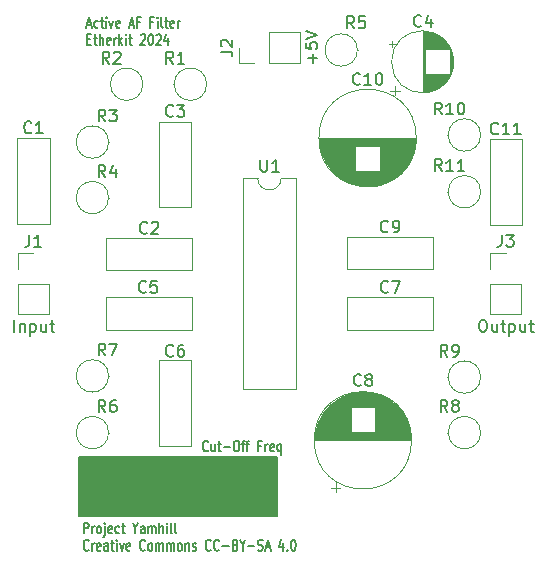
<source format=gto>
%TF.GenerationSoftware,KiCad,Pcbnew,7.0.10-7.0.10~ubuntu22.04.1*%
%TF.CreationDate,2024-01-03T18:29:47-08:00*%
%TF.ProjectId,YamhillActiveAFFilter,59616d68-696c-46c4-9163-746976654146,A*%
%TF.SameCoordinates,Original*%
%TF.FileFunction,Legend,Top*%
%TF.FilePolarity,Positive*%
%FSLAX46Y46*%
G04 Gerber Fmt 4.6, Leading zero omitted, Abs format (unit mm)*
G04 Created by KiCad (PCBNEW 7.0.10-7.0.10~ubuntu22.04.1) date 2024-01-03 18:29:47*
%MOMM*%
%LPD*%
G01*
G04 APERTURE LIST*
%ADD10C,0.150000*%
%ADD11C,0.175000*%
%ADD12C,0.120000*%
%ADD13R,1.600000X1.600000*%
%ADD14C,1.600000*%
%ADD15O,1.600000X1.600000*%
%ADD16R,1.700000X1.700000*%
%ADD17O,1.700000X1.700000*%
%ADD18C,0.800000*%
%ADD19C,6.400000*%
%ADD20R,2.400000X1.600000*%
%ADD21O,2.400000X1.600000*%
G04 APERTURE END LIST*
D10*
X108900000Y-89700000D02*
X125600000Y-89700000D01*
X125600000Y-94700000D01*
X108900000Y-94700000D01*
X108900000Y-89700000D01*
G36*
X108900000Y-89700000D02*
G01*
X125600000Y-89700000D01*
X125600000Y-94700000D01*
X108900000Y-94700000D01*
X108900000Y-89700000D01*
G37*
D11*
X119781797Y-89095042D02*
X119748464Y-89137900D01*
X119748464Y-89137900D02*
X119648464Y-89180757D01*
X119648464Y-89180757D02*
X119581797Y-89180757D01*
X119581797Y-89180757D02*
X119481797Y-89137900D01*
X119481797Y-89137900D02*
X119415131Y-89052185D01*
X119415131Y-89052185D02*
X119381797Y-88966471D01*
X119381797Y-88966471D02*
X119348464Y-88795042D01*
X119348464Y-88795042D02*
X119348464Y-88666471D01*
X119348464Y-88666471D02*
X119381797Y-88495042D01*
X119381797Y-88495042D02*
X119415131Y-88409328D01*
X119415131Y-88409328D02*
X119481797Y-88323614D01*
X119481797Y-88323614D02*
X119581797Y-88280757D01*
X119581797Y-88280757D02*
X119648464Y-88280757D01*
X119648464Y-88280757D02*
X119748464Y-88323614D01*
X119748464Y-88323614D02*
X119781797Y-88366471D01*
X120381797Y-88580757D02*
X120381797Y-89180757D01*
X120081797Y-88580757D02*
X120081797Y-89052185D01*
X120081797Y-89052185D02*
X120115131Y-89137900D01*
X120115131Y-89137900D02*
X120181797Y-89180757D01*
X120181797Y-89180757D02*
X120281797Y-89180757D01*
X120281797Y-89180757D02*
X120348464Y-89137900D01*
X120348464Y-89137900D02*
X120381797Y-89095042D01*
X120615130Y-88580757D02*
X120881797Y-88580757D01*
X120715130Y-88280757D02*
X120715130Y-89052185D01*
X120715130Y-89052185D02*
X120748464Y-89137900D01*
X120748464Y-89137900D02*
X120815130Y-89180757D01*
X120815130Y-89180757D02*
X120881797Y-89180757D01*
X121115130Y-88837900D02*
X121648464Y-88837900D01*
X122115131Y-88280757D02*
X122248464Y-88280757D01*
X122248464Y-88280757D02*
X122315131Y-88323614D01*
X122315131Y-88323614D02*
X122381797Y-88409328D01*
X122381797Y-88409328D02*
X122415131Y-88580757D01*
X122415131Y-88580757D02*
X122415131Y-88880757D01*
X122415131Y-88880757D02*
X122381797Y-89052185D01*
X122381797Y-89052185D02*
X122315131Y-89137900D01*
X122315131Y-89137900D02*
X122248464Y-89180757D01*
X122248464Y-89180757D02*
X122115131Y-89180757D01*
X122115131Y-89180757D02*
X122048464Y-89137900D01*
X122048464Y-89137900D02*
X121981797Y-89052185D01*
X121981797Y-89052185D02*
X121948464Y-88880757D01*
X121948464Y-88880757D02*
X121948464Y-88580757D01*
X121948464Y-88580757D02*
X121981797Y-88409328D01*
X121981797Y-88409328D02*
X122048464Y-88323614D01*
X122048464Y-88323614D02*
X122115131Y-88280757D01*
X122615130Y-88580757D02*
X122881797Y-88580757D01*
X122715130Y-89180757D02*
X122715130Y-88409328D01*
X122715130Y-88409328D02*
X122748464Y-88323614D01*
X122748464Y-88323614D02*
X122815130Y-88280757D01*
X122815130Y-88280757D02*
X122881797Y-88280757D01*
X123015130Y-88580757D02*
X123281797Y-88580757D01*
X123115130Y-89180757D02*
X123115130Y-88409328D01*
X123115130Y-88409328D02*
X123148464Y-88323614D01*
X123148464Y-88323614D02*
X123215130Y-88280757D01*
X123215130Y-88280757D02*
X123281797Y-88280757D01*
X124281797Y-88709328D02*
X124048463Y-88709328D01*
X124048463Y-89180757D02*
X124048463Y-88280757D01*
X124048463Y-88280757D02*
X124381797Y-88280757D01*
X124648463Y-89180757D02*
X124648463Y-88580757D01*
X124648463Y-88752185D02*
X124681797Y-88666471D01*
X124681797Y-88666471D02*
X124715130Y-88623614D01*
X124715130Y-88623614D02*
X124781797Y-88580757D01*
X124781797Y-88580757D02*
X124848463Y-88580757D01*
X125348463Y-89137900D02*
X125281796Y-89180757D01*
X125281796Y-89180757D02*
X125148463Y-89180757D01*
X125148463Y-89180757D02*
X125081796Y-89137900D01*
X125081796Y-89137900D02*
X125048463Y-89052185D01*
X125048463Y-89052185D02*
X125048463Y-88709328D01*
X125048463Y-88709328D02*
X125081796Y-88623614D01*
X125081796Y-88623614D02*
X125148463Y-88580757D01*
X125148463Y-88580757D02*
X125281796Y-88580757D01*
X125281796Y-88580757D02*
X125348463Y-88623614D01*
X125348463Y-88623614D02*
X125381796Y-88709328D01*
X125381796Y-88709328D02*
X125381796Y-88795042D01*
X125381796Y-88795042D02*
X125048463Y-88880757D01*
X125981796Y-88580757D02*
X125981796Y-89480757D01*
X125981796Y-89137900D02*
X125915130Y-89180757D01*
X125915130Y-89180757D02*
X125781796Y-89180757D01*
X125781796Y-89180757D02*
X125715130Y-89137900D01*
X125715130Y-89137900D02*
X125681796Y-89095042D01*
X125681796Y-89095042D02*
X125648463Y-89009328D01*
X125648463Y-89009328D02*
X125648463Y-88752185D01*
X125648463Y-88752185D02*
X125681796Y-88666471D01*
X125681796Y-88666471D02*
X125715130Y-88623614D01*
X125715130Y-88623614D02*
X125781796Y-88580757D01*
X125781796Y-88580757D02*
X125915130Y-88580757D01*
X125915130Y-88580757D02*
X125981796Y-88623614D01*
X109281797Y-96131757D02*
X109281797Y-95231757D01*
X109281797Y-95231757D02*
X109548464Y-95231757D01*
X109548464Y-95231757D02*
X109615131Y-95274614D01*
X109615131Y-95274614D02*
X109648464Y-95317471D01*
X109648464Y-95317471D02*
X109681797Y-95403185D01*
X109681797Y-95403185D02*
X109681797Y-95531757D01*
X109681797Y-95531757D02*
X109648464Y-95617471D01*
X109648464Y-95617471D02*
X109615131Y-95660328D01*
X109615131Y-95660328D02*
X109548464Y-95703185D01*
X109548464Y-95703185D02*
X109281797Y-95703185D01*
X109981797Y-96131757D02*
X109981797Y-95531757D01*
X109981797Y-95703185D02*
X110015131Y-95617471D01*
X110015131Y-95617471D02*
X110048464Y-95574614D01*
X110048464Y-95574614D02*
X110115131Y-95531757D01*
X110115131Y-95531757D02*
X110181797Y-95531757D01*
X110515130Y-96131757D02*
X110448464Y-96088900D01*
X110448464Y-96088900D02*
X110415130Y-96046042D01*
X110415130Y-96046042D02*
X110381797Y-95960328D01*
X110381797Y-95960328D02*
X110381797Y-95703185D01*
X110381797Y-95703185D02*
X110415130Y-95617471D01*
X110415130Y-95617471D02*
X110448464Y-95574614D01*
X110448464Y-95574614D02*
X110515130Y-95531757D01*
X110515130Y-95531757D02*
X110615130Y-95531757D01*
X110615130Y-95531757D02*
X110681797Y-95574614D01*
X110681797Y-95574614D02*
X110715130Y-95617471D01*
X110715130Y-95617471D02*
X110748464Y-95703185D01*
X110748464Y-95703185D02*
X110748464Y-95960328D01*
X110748464Y-95960328D02*
X110715130Y-96046042D01*
X110715130Y-96046042D02*
X110681797Y-96088900D01*
X110681797Y-96088900D02*
X110615130Y-96131757D01*
X110615130Y-96131757D02*
X110515130Y-96131757D01*
X111048463Y-95531757D02*
X111048463Y-96303185D01*
X111048463Y-96303185D02*
X111015130Y-96388900D01*
X111015130Y-96388900D02*
X110948463Y-96431757D01*
X110948463Y-96431757D02*
X110915130Y-96431757D01*
X111048463Y-95231757D02*
X111015130Y-95274614D01*
X111015130Y-95274614D02*
X111048463Y-95317471D01*
X111048463Y-95317471D02*
X111081797Y-95274614D01*
X111081797Y-95274614D02*
X111048463Y-95231757D01*
X111048463Y-95231757D02*
X111048463Y-95317471D01*
X111648463Y-96088900D02*
X111581796Y-96131757D01*
X111581796Y-96131757D02*
X111448463Y-96131757D01*
X111448463Y-96131757D02*
X111381796Y-96088900D01*
X111381796Y-96088900D02*
X111348463Y-96003185D01*
X111348463Y-96003185D02*
X111348463Y-95660328D01*
X111348463Y-95660328D02*
X111381796Y-95574614D01*
X111381796Y-95574614D02*
X111448463Y-95531757D01*
X111448463Y-95531757D02*
X111581796Y-95531757D01*
X111581796Y-95531757D02*
X111648463Y-95574614D01*
X111648463Y-95574614D02*
X111681796Y-95660328D01*
X111681796Y-95660328D02*
X111681796Y-95746042D01*
X111681796Y-95746042D02*
X111348463Y-95831757D01*
X112281796Y-96088900D02*
X112215130Y-96131757D01*
X112215130Y-96131757D02*
X112081796Y-96131757D01*
X112081796Y-96131757D02*
X112015130Y-96088900D01*
X112015130Y-96088900D02*
X111981796Y-96046042D01*
X111981796Y-96046042D02*
X111948463Y-95960328D01*
X111948463Y-95960328D02*
X111948463Y-95703185D01*
X111948463Y-95703185D02*
X111981796Y-95617471D01*
X111981796Y-95617471D02*
X112015130Y-95574614D01*
X112015130Y-95574614D02*
X112081796Y-95531757D01*
X112081796Y-95531757D02*
X112215130Y-95531757D01*
X112215130Y-95531757D02*
X112281796Y-95574614D01*
X112481796Y-95531757D02*
X112748463Y-95531757D01*
X112581796Y-95231757D02*
X112581796Y-96003185D01*
X112581796Y-96003185D02*
X112615130Y-96088900D01*
X112615130Y-96088900D02*
X112681796Y-96131757D01*
X112681796Y-96131757D02*
X112748463Y-96131757D01*
X113648463Y-95703185D02*
X113648463Y-96131757D01*
X113415129Y-95231757D02*
X113648463Y-95703185D01*
X113648463Y-95703185D02*
X113881796Y-95231757D01*
X114415129Y-96131757D02*
X114415129Y-95660328D01*
X114415129Y-95660328D02*
X114381796Y-95574614D01*
X114381796Y-95574614D02*
X114315129Y-95531757D01*
X114315129Y-95531757D02*
X114181796Y-95531757D01*
X114181796Y-95531757D02*
X114115129Y-95574614D01*
X114415129Y-96088900D02*
X114348463Y-96131757D01*
X114348463Y-96131757D02*
X114181796Y-96131757D01*
X114181796Y-96131757D02*
X114115129Y-96088900D01*
X114115129Y-96088900D02*
X114081796Y-96003185D01*
X114081796Y-96003185D02*
X114081796Y-95917471D01*
X114081796Y-95917471D02*
X114115129Y-95831757D01*
X114115129Y-95831757D02*
X114181796Y-95788900D01*
X114181796Y-95788900D02*
X114348463Y-95788900D01*
X114348463Y-95788900D02*
X114415129Y-95746042D01*
X114748462Y-96131757D02*
X114748462Y-95531757D01*
X114748462Y-95617471D02*
X114781796Y-95574614D01*
X114781796Y-95574614D02*
X114848462Y-95531757D01*
X114848462Y-95531757D02*
X114948462Y-95531757D01*
X114948462Y-95531757D02*
X115015129Y-95574614D01*
X115015129Y-95574614D02*
X115048462Y-95660328D01*
X115048462Y-95660328D02*
X115048462Y-96131757D01*
X115048462Y-95660328D02*
X115081796Y-95574614D01*
X115081796Y-95574614D02*
X115148462Y-95531757D01*
X115148462Y-95531757D02*
X115248462Y-95531757D01*
X115248462Y-95531757D02*
X115315129Y-95574614D01*
X115315129Y-95574614D02*
X115348462Y-95660328D01*
X115348462Y-95660328D02*
X115348462Y-96131757D01*
X115681795Y-96131757D02*
X115681795Y-95231757D01*
X115981795Y-96131757D02*
X115981795Y-95660328D01*
X115981795Y-95660328D02*
X115948462Y-95574614D01*
X115948462Y-95574614D02*
X115881795Y-95531757D01*
X115881795Y-95531757D02*
X115781795Y-95531757D01*
X115781795Y-95531757D02*
X115715129Y-95574614D01*
X115715129Y-95574614D02*
X115681795Y-95617471D01*
X116315128Y-96131757D02*
X116315128Y-95531757D01*
X116315128Y-95231757D02*
X116281795Y-95274614D01*
X116281795Y-95274614D02*
X116315128Y-95317471D01*
X116315128Y-95317471D02*
X116348462Y-95274614D01*
X116348462Y-95274614D02*
X116315128Y-95231757D01*
X116315128Y-95231757D02*
X116315128Y-95317471D01*
X116748461Y-96131757D02*
X116681795Y-96088900D01*
X116681795Y-96088900D02*
X116648461Y-96003185D01*
X116648461Y-96003185D02*
X116648461Y-95231757D01*
X117115128Y-96131757D02*
X117048462Y-96088900D01*
X117048462Y-96088900D02*
X117015128Y-96003185D01*
X117015128Y-96003185D02*
X117015128Y-95231757D01*
X109681797Y-97495042D02*
X109648464Y-97537900D01*
X109648464Y-97537900D02*
X109548464Y-97580757D01*
X109548464Y-97580757D02*
X109481797Y-97580757D01*
X109481797Y-97580757D02*
X109381797Y-97537900D01*
X109381797Y-97537900D02*
X109315131Y-97452185D01*
X109315131Y-97452185D02*
X109281797Y-97366471D01*
X109281797Y-97366471D02*
X109248464Y-97195042D01*
X109248464Y-97195042D02*
X109248464Y-97066471D01*
X109248464Y-97066471D02*
X109281797Y-96895042D01*
X109281797Y-96895042D02*
X109315131Y-96809328D01*
X109315131Y-96809328D02*
X109381797Y-96723614D01*
X109381797Y-96723614D02*
X109481797Y-96680757D01*
X109481797Y-96680757D02*
X109548464Y-96680757D01*
X109548464Y-96680757D02*
X109648464Y-96723614D01*
X109648464Y-96723614D02*
X109681797Y-96766471D01*
X109981797Y-97580757D02*
X109981797Y-96980757D01*
X109981797Y-97152185D02*
X110015131Y-97066471D01*
X110015131Y-97066471D02*
X110048464Y-97023614D01*
X110048464Y-97023614D02*
X110115131Y-96980757D01*
X110115131Y-96980757D02*
X110181797Y-96980757D01*
X110681797Y-97537900D02*
X110615130Y-97580757D01*
X110615130Y-97580757D02*
X110481797Y-97580757D01*
X110481797Y-97580757D02*
X110415130Y-97537900D01*
X110415130Y-97537900D02*
X110381797Y-97452185D01*
X110381797Y-97452185D02*
X110381797Y-97109328D01*
X110381797Y-97109328D02*
X110415130Y-97023614D01*
X110415130Y-97023614D02*
X110481797Y-96980757D01*
X110481797Y-96980757D02*
X110615130Y-96980757D01*
X110615130Y-96980757D02*
X110681797Y-97023614D01*
X110681797Y-97023614D02*
X110715130Y-97109328D01*
X110715130Y-97109328D02*
X110715130Y-97195042D01*
X110715130Y-97195042D02*
X110381797Y-97280757D01*
X111315130Y-97580757D02*
X111315130Y-97109328D01*
X111315130Y-97109328D02*
X111281797Y-97023614D01*
X111281797Y-97023614D02*
X111215130Y-96980757D01*
X111215130Y-96980757D02*
X111081797Y-96980757D01*
X111081797Y-96980757D02*
X111015130Y-97023614D01*
X111315130Y-97537900D02*
X111248464Y-97580757D01*
X111248464Y-97580757D02*
X111081797Y-97580757D01*
X111081797Y-97580757D02*
X111015130Y-97537900D01*
X111015130Y-97537900D02*
X110981797Y-97452185D01*
X110981797Y-97452185D02*
X110981797Y-97366471D01*
X110981797Y-97366471D02*
X111015130Y-97280757D01*
X111015130Y-97280757D02*
X111081797Y-97237900D01*
X111081797Y-97237900D02*
X111248464Y-97237900D01*
X111248464Y-97237900D02*
X111315130Y-97195042D01*
X111548463Y-96980757D02*
X111815130Y-96980757D01*
X111648463Y-96680757D02*
X111648463Y-97452185D01*
X111648463Y-97452185D02*
X111681797Y-97537900D01*
X111681797Y-97537900D02*
X111748463Y-97580757D01*
X111748463Y-97580757D02*
X111815130Y-97580757D01*
X112048463Y-97580757D02*
X112048463Y-96980757D01*
X112048463Y-96680757D02*
X112015130Y-96723614D01*
X112015130Y-96723614D02*
X112048463Y-96766471D01*
X112048463Y-96766471D02*
X112081797Y-96723614D01*
X112081797Y-96723614D02*
X112048463Y-96680757D01*
X112048463Y-96680757D02*
X112048463Y-96766471D01*
X112315130Y-96980757D02*
X112481796Y-97580757D01*
X112481796Y-97580757D02*
X112648463Y-96980757D01*
X113181796Y-97537900D02*
X113115129Y-97580757D01*
X113115129Y-97580757D02*
X112981796Y-97580757D01*
X112981796Y-97580757D02*
X112915129Y-97537900D01*
X112915129Y-97537900D02*
X112881796Y-97452185D01*
X112881796Y-97452185D02*
X112881796Y-97109328D01*
X112881796Y-97109328D02*
X112915129Y-97023614D01*
X112915129Y-97023614D02*
X112981796Y-96980757D01*
X112981796Y-96980757D02*
X113115129Y-96980757D01*
X113115129Y-96980757D02*
X113181796Y-97023614D01*
X113181796Y-97023614D02*
X113215129Y-97109328D01*
X113215129Y-97109328D02*
X113215129Y-97195042D01*
X113215129Y-97195042D02*
X112881796Y-97280757D01*
X114448462Y-97495042D02*
X114415129Y-97537900D01*
X114415129Y-97537900D02*
X114315129Y-97580757D01*
X114315129Y-97580757D02*
X114248462Y-97580757D01*
X114248462Y-97580757D02*
X114148462Y-97537900D01*
X114148462Y-97537900D02*
X114081796Y-97452185D01*
X114081796Y-97452185D02*
X114048462Y-97366471D01*
X114048462Y-97366471D02*
X114015129Y-97195042D01*
X114015129Y-97195042D02*
X114015129Y-97066471D01*
X114015129Y-97066471D02*
X114048462Y-96895042D01*
X114048462Y-96895042D02*
X114081796Y-96809328D01*
X114081796Y-96809328D02*
X114148462Y-96723614D01*
X114148462Y-96723614D02*
X114248462Y-96680757D01*
X114248462Y-96680757D02*
X114315129Y-96680757D01*
X114315129Y-96680757D02*
X114415129Y-96723614D01*
X114415129Y-96723614D02*
X114448462Y-96766471D01*
X114848462Y-97580757D02*
X114781796Y-97537900D01*
X114781796Y-97537900D02*
X114748462Y-97495042D01*
X114748462Y-97495042D02*
X114715129Y-97409328D01*
X114715129Y-97409328D02*
X114715129Y-97152185D01*
X114715129Y-97152185D02*
X114748462Y-97066471D01*
X114748462Y-97066471D02*
X114781796Y-97023614D01*
X114781796Y-97023614D02*
X114848462Y-96980757D01*
X114848462Y-96980757D02*
X114948462Y-96980757D01*
X114948462Y-96980757D02*
X115015129Y-97023614D01*
X115015129Y-97023614D02*
X115048462Y-97066471D01*
X115048462Y-97066471D02*
X115081796Y-97152185D01*
X115081796Y-97152185D02*
X115081796Y-97409328D01*
X115081796Y-97409328D02*
X115048462Y-97495042D01*
X115048462Y-97495042D02*
X115015129Y-97537900D01*
X115015129Y-97537900D02*
X114948462Y-97580757D01*
X114948462Y-97580757D02*
X114848462Y-97580757D01*
X115381795Y-97580757D02*
X115381795Y-96980757D01*
X115381795Y-97066471D02*
X115415129Y-97023614D01*
X115415129Y-97023614D02*
X115481795Y-96980757D01*
X115481795Y-96980757D02*
X115581795Y-96980757D01*
X115581795Y-96980757D02*
X115648462Y-97023614D01*
X115648462Y-97023614D02*
X115681795Y-97109328D01*
X115681795Y-97109328D02*
X115681795Y-97580757D01*
X115681795Y-97109328D02*
X115715129Y-97023614D01*
X115715129Y-97023614D02*
X115781795Y-96980757D01*
X115781795Y-96980757D02*
X115881795Y-96980757D01*
X115881795Y-96980757D02*
X115948462Y-97023614D01*
X115948462Y-97023614D02*
X115981795Y-97109328D01*
X115981795Y-97109328D02*
X115981795Y-97580757D01*
X116315128Y-97580757D02*
X116315128Y-96980757D01*
X116315128Y-97066471D02*
X116348462Y-97023614D01*
X116348462Y-97023614D02*
X116415128Y-96980757D01*
X116415128Y-96980757D02*
X116515128Y-96980757D01*
X116515128Y-96980757D02*
X116581795Y-97023614D01*
X116581795Y-97023614D02*
X116615128Y-97109328D01*
X116615128Y-97109328D02*
X116615128Y-97580757D01*
X116615128Y-97109328D02*
X116648462Y-97023614D01*
X116648462Y-97023614D02*
X116715128Y-96980757D01*
X116715128Y-96980757D02*
X116815128Y-96980757D01*
X116815128Y-96980757D02*
X116881795Y-97023614D01*
X116881795Y-97023614D02*
X116915128Y-97109328D01*
X116915128Y-97109328D02*
X116915128Y-97580757D01*
X117348461Y-97580757D02*
X117281795Y-97537900D01*
X117281795Y-97537900D02*
X117248461Y-97495042D01*
X117248461Y-97495042D02*
X117215128Y-97409328D01*
X117215128Y-97409328D02*
X117215128Y-97152185D01*
X117215128Y-97152185D02*
X117248461Y-97066471D01*
X117248461Y-97066471D02*
X117281795Y-97023614D01*
X117281795Y-97023614D02*
X117348461Y-96980757D01*
X117348461Y-96980757D02*
X117448461Y-96980757D01*
X117448461Y-96980757D02*
X117515128Y-97023614D01*
X117515128Y-97023614D02*
X117548461Y-97066471D01*
X117548461Y-97066471D02*
X117581795Y-97152185D01*
X117581795Y-97152185D02*
X117581795Y-97409328D01*
X117581795Y-97409328D02*
X117548461Y-97495042D01*
X117548461Y-97495042D02*
X117515128Y-97537900D01*
X117515128Y-97537900D02*
X117448461Y-97580757D01*
X117448461Y-97580757D02*
X117348461Y-97580757D01*
X117881794Y-96980757D02*
X117881794Y-97580757D01*
X117881794Y-97066471D02*
X117915128Y-97023614D01*
X117915128Y-97023614D02*
X117981794Y-96980757D01*
X117981794Y-96980757D02*
X118081794Y-96980757D01*
X118081794Y-96980757D02*
X118148461Y-97023614D01*
X118148461Y-97023614D02*
X118181794Y-97109328D01*
X118181794Y-97109328D02*
X118181794Y-97580757D01*
X118481794Y-97537900D02*
X118548461Y-97580757D01*
X118548461Y-97580757D02*
X118681794Y-97580757D01*
X118681794Y-97580757D02*
X118748461Y-97537900D01*
X118748461Y-97537900D02*
X118781794Y-97452185D01*
X118781794Y-97452185D02*
X118781794Y-97409328D01*
X118781794Y-97409328D02*
X118748461Y-97323614D01*
X118748461Y-97323614D02*
X118681794Y-97280757D01*
X118681794Y-97280757D02*
X118581794Y-97280757D01*
X118581794Y-97280757D02*
X118515127Y-97237900D01*
X118515127Y-97237900D02*
X118481794Y-97152185D01*
X118481794Y-97152185D02*
X118481794Y-97109328D01*
X118481794Y-97109328D02*
X118515127Y-97023614D01*
X118515127Y-97023614D02*
X118581794Y-96980757D01*
X118581794Y-96980757D02*
X118681794Y-96980757D01*
X118681794Y-96980757D02*
X118748461Y-97023614D01*
X120015127Y-97495042D02*
X119981794Y-97537900D01*
X119981794Y-97537900D02*
X119881794Y-97580757D01*
X119881794Y-97580757D02*
X119815127Y-97580757D01*
X119815127Y-97580757D02*
X119715127Y-97537900D01*
X119715127Y-97537900D02*
X119648461Y-97452185D01*
X119648461Y-97452185D02*
X119615127Y-97366471D01*
X119615127Y-97366471D02*
X119581794Y-97195042D01*
X119581794Y-97195042D02*
X119581794Y-97066471D01*
X119581794Y-97066471D02*
X119615127Y-96895042D01*
X119615127Y-96895042D02*
X119648461Y-96809328D01*
X119648461Y-96809328D02*
X119715127Y-96723614D01*
X119715127Y-96723614D02*
X119815127Y-96680757D01*
X119815127Y-96680757D02*
X119881794Y-96680757D01*
X119881794Y-96680757D02*
X119981794Y-96723614D01*
X119981794Y-96723614D02*
X120015127Y-96766471D01*
X120715127Y-97495042D02*
X120681794Y-97537900D01*
X120681794Y-97537900D02*
X120581794Y-97580757D01*
X120581794Y-97580757D02*
X120515127Y-97580757D01*
X120515127Y-97580757D02*
X120415127Y-97537900D01*
X120415127Y-97537900D02*
X120348461Y-97452185D01*
X120348461Y-97452185D02*
X120315127Y-97366471D01*
X120315127Y-97366471D02*
X120281794Y-97195042D01*
X120281794Y-97195042D02*
X120281794Y-97066471D01*
X120281794Y-97066471D02*
X120315127Y-96895042D01*
X120315127Y-96895042D02*
X120348461Y-96809328D01*
X120348461Y-96809328D02*
X120415127Y-96723614D01*
X120415127Y-96723614D02*
X120515127Y-96680757D01*
X120515127Y-96680757D02*
X120581794Y-96680757D01*
X120581794Y-96680757D02*
X120681794Y-96723614D01*
X120681794Y-96723614D02*
X120715127Y-96766471D01*
X121015127Y-97237900D02*
X121548461Y-97237900D01*
X122115128Y-97109328D02*
X122215128Y-97152185D01*
X122215128Y-97152185D02*
X122248461Y-97195042D01*
X122248461Y-97195042D02*
X122281794Y-97280757D01*
X122281794Y-97280757D02*
X122281794Y-97409328D01*
X122281794Y-97409328D02*
X122248461Y-97495042D01*
X122248461Y-97495042D02*
X122215128Y-97537900D01*
X122215128Y-97537900D02*
X122148461Y-97580757D01*
X122148461Y-97580757D02*
X121881794Y-97580757D01*
X121881794Y-97580757D02*
X121881794Y-96680757D01*
X121881794Y-96680757D02*
X122115128Y-96680757D01*
X122115128Y-96680757D02*
X122181794Y-96723614D01*
X122181794Y-96723614D02*
X122215128Y-96766471D01*
X122215128Y-96766471D02*
X122248461Y-96852185D01*
X122248461Y-96852185D02*
X122248461Y-96937900D01*
X122248461Y-96937900D02*
X122215128Y-97023614D01*
X122215128Y-97023614D02*
X122181794Y-97066471D01*
X122181794Y-97066471D02*
X122115128Y-97109328D01*
X122115128Y-97109328D02*
X121881794Y-97109328D01*
X122715128Y-97152185D02*
X122715128Y-97580757D01*
X122481794Y-96680757D02*
X122715128Y-97152185D01*
X122715128Y-97152185D02*
X122948461Y-96680757D01*
X123181794Y-97237900D02*
X123715128Y-97237900D01*
X124015128Y-97537900D02*
X124115128Y-97580757D01*
X124115128Y-97580757D02*
X124281795Y-97580757D01*
X124281795Y-97580757D02*
X124348461Y-97537900D01*
X124348461Y-97537900D02*
X124381795Y-97495042D01*
X124381795Y-97495042D02*
X124415128Y-97409328D01*
X124415128Y-97409328D02*
X124415128Y-97323614D01*
X124415128Y-97323614D02*
X124381795Y-97237900D01*
X124381795Y-97237900D02*
X124348461Y-97195042D01*
X124348461Y-97195042D02*
X124281795Y-97152185D01*
X124281795Y-97152185D02*
X124148461Y-97109328D01*
X124148461Y-97109328D02*
X124081795Y-97066471D01*
X124081795Y-97066471D02*
X124048461Y-97023614D01*
X124048461Y-97023614D02*
X124015128Y-96937900D01*
X124015128Y-96937900D02*
X124015128Y-96852185D01*
X124015128Y-96852185D02*
X124048461Y-96766471D01*
X124048461Y-96766471D02*
X124081795Y-96723614D01*
X124081795Y-96723614D02*
X124148461Y-96680757D01*
X124148461Y-96680757D02*
X124315128Y-96680757D01*
X124315128Y-96680757D02*
X124415128Y-96723614D01*
X124681795Y-97323614D02*
X125015128Y-97323614D01*
X124615128Y-97580757D02*
X124848462Y-96680757D01*
X124848462Y-96680757D02*
X125081795Y-97580757D01*
X126148461Y-96980757D02*
X126148461Y-97580757D01*
X125981795Y-96637900D02*
X125815128Y-97280757D01*
X125815128Y-97280757D02*
X126248461Y-97280757D01*
X126515128Y-97495042D02*
X126548462Y-97537900D01*
X126548462Y-97537900D02*
X126515128Y-97580757D01*
X126515128Y-97580757D02*
X126481795Y-97537900D01*
X126481795Y-97537900D02*
X126515128Y-97495042D01*
X126515128Y-97495042D02*
X126515128Y-97580757D01*
X126981795Y-96680757D02*
X127048461Y-96680757D01*
X127048461Y-96680757D02*
X127115128Y-96723614D01*
X127115128Y-96723614D02*
X127148461Y-96766471D01*
X127148461Y-96766471D02*
X127181795Y-96852185D01*
X127181795Y-96852185D02*
X127215128Y-97023614D01*
X127215128Y-97023614D02*
X127215128Y-97237900D01*
X127215128Y-97237900D02*
X127181795Y-97409328D01*
X127181795Y-97409328D02*
X127148461Y-97495042D01*
X127148461Y-97495042D02*
X127115128Y-97537900D01*
X127115128Y-97537900D02*
X127048461Y-97580757D01*
X127048461Y-97580757D02*
X126981795Y-97580757D01*
X126981795Y-97580757D02*
X126915128Y-97537900D01*
X126915128Y-97537900D02*
X126881795Y-97495042D01*
X126881795Y-97495042D02*
X126848461Y-97409328D01*
X126848461Y-97409328D02*
X126815128Y-97237900D01*
X126815128Y-97237900D02*
X126815128Y-97023614D01*
X126815128Y-97023614D02*
X126848461Y-96852185D01*
X126848461Y-96852185D02*
X126881795Y-96766471D01*
X126881795Y-96766471D02*
X126915128Y-96723614D01*
X126915128Y-96723614D02*
X126981795Y-96680757D01*
X109548464Y-53074614D02*
X109881797Y-53074614D01*
X109481797Y-53331757D02*
X109715131Y-52431757D01*
X109715131Y-52431757D02*
X109948464Y-53331757D01*
X110481797Y-53288900D02*
X110415131Y-53331757D01*
X110415131Y-53331757D02*
X110281797Y-53331757D01*
X110281797Y-53331757D02*
X110215131Y-53288900D01*
X110215131Y-53288900D02*
X110181797Y-53246042D01*
X110181797Y-53246042D02*
X110148464Y-53160328D01*
X110148464Y-53160328D02*
X110148464Y-52903185D01*
X110148464Y-52903185D02*
X110181797Y-52817471D01*
X110181797Y-52817471D02*
X110215131Y-52774614D01*
X110215131Y-52774614D02*
X110281797Y-52731757D01*
X110281797Y-52731757D02*
X110415131Y-52731757D01*
X110415131Y-52731757D02*
X110481797Y-52774614D01*
X110681797Y-52731757D02*
X110948464Y-52731757D01*
X110781797Y-52431757D02*
X110781797Y-53203185D01*
X110781797Y-53203185D02*
X110815131Y-53288900D01*
X110815131Y-53288900D02*
X110881797Y-53331757D01*
X110881797Y-53331757D02*
X110948464Y-53331757D01*
X111181797Y-53331757D02*
X111181797Y-52731757D01*
X111181797Y-52431757D02*
X111148464Y-52474614D01*
X111148464Y-52474614D02*
X111181797Y-52517471D01*
X111181797Y-52517471D02*
X111215131Y-52474614D01*
X111215131Y-52474614D02*
X111181797Y-52431757D01*
X111181797Y-52431757D02*
X111181797Y-52517471D01*
X111448464Y-52731757D02*
X111615130Y-53331757D01*
X111615130Y-53331757D02*
X111781797Y-52731757D01*
X112315130Y-53288900D02*
X112248463Y-53331757D01*
X112248463Y-53331757D02*
X112115130Y-53331757D01*
X112115130Y-53331757D02*
X112048463Y-53288900D01*
X112048463Y-53288900D02*
X112015130Y-53203185D01*
X112015130Y-53203185D02*
X112015130Y-52860328D01*
X112015130Y-52860328D02*
X112048463Y-52774614D01*
X112048463Y-52774614D02*
X112115130Y-52731757D01*
X112115130Y-52731757D02*
X112248463Y-52731757D01*
X112248463Y-52731757D02*
X112315130Y-52774614D01*
X112315130Y-52774614D02*
X112348463Y-52860328D01*
X112348463Y-52860328D02*
X112348463Y-52946042D01*
X112348463Y-52946042D02*
X112015130Y-53031757D01*
X113148463Y-53074614D02*
X113481796Y-53074614D01*
X113081796Y-53331757D02*
X113315130Y-52431757D01*
X113315130Y-52431757D02*
X113548463Y-53331757D01*
X114015130Y-52860328D02*
X113781796Y-52860328D01*
X113781796Y-53331757D02*
X113781796Y-52431757D01*
X113781796Y-52431757D02*
X114115130Y-52431757D01*
X115148463Y-52860328D02*
X114915129Y-52860328D01*
X114915129Y-53331757D02*
X114915129Y-52431757D01*
X114915129Y-52431757D02*
X115248463Y-52431757D01*
X115515129Y-53331757D02*
X115515129Y-52731757D01*
X115515129Y-52431757D02*
X115481796Y-52474614D01*
X115481796Y-52474614D02*
X115515129Y-52517471D01*
X115515129Y-52517471D02*
X115548463Y-52474614D01*
X115548463Y-52474614D02*
X115515129Y-52431757D01*
X115515129Y-52431757D02*
X115515129Y-52517471D01*
X115948462Y-53331757D02*
X115881796Y-53288900D01*
X115881796Y-53288900D02*
X115848462Y-53203185D01*
X115848462Y-53203185D02*
X115848462Y-52431757D01*
X116115129Y-52731757D02*
X116381796Y-52731757D01*
X116215129Y-52431757D02*
X116215129Y-53203185D01*
X116215129Y-53203185D02*
X116248463Y-53288900D01*
X116248463Y-53288900D02*
X116315129Y-53331757D01*
X116315129Y-53331757D02*
X116381796Y-53331757D01*
X116881796Y-53288900D02*
X116815129Y-53331757D01*
X116815129Y-53331757D02*
X116681796Y-53331757D01*
X116681796Y-53331757D02*
X116615129Y-53288900D01*
X116615129Y-53288900D02*
X116581796Y-53203185D01*
X116581796Y-53203185D02*
X116581796Y-52860328D01*
X116581796Y-52860328D02*
X116615129Y-52774614D01*
X116615129Y-52774614D02*
X116681796Y-52731757D01*
X116681796Y-52731757D02*
X116815129Y-52731757D01*
X116815129Y-52731757D02*
X116881796Y-52774614D01*
X116881796Y-52774614D02*
X116915129Y-52860328D01*
X116915129Y-52860328D02*
X116915129Y-52946042D01*
X116915129Y-52946042D02*
X116581796Y-53031757D01*
X117215129Y-53331757D02*
X117215129Y-52731757D01*
X117215129Y-52903185D02*
X117248463Y-52817471D01*
X117248463Y-52817471D02*
X117281796Y-52774614D01*
X117281796Y-52774614D02*
X117348463Y-52731757D01*
X117348463Y-52731757D02*
X117415129Y-52731757D01*
X109581797Y-54309328D02*
X109815131Y-54309328D01*
X109915131Y-54780757D02*
X109581797Y-54780757D01*
X109581797Y-54780757D02*
X109581797Y-53880757D01*
X109581797Y-53880757D02*
X109915131Y-53880757D01*
X110115130Y-54180757D02*
X110381797Y-54180757D01*
X110215130Y-53880757D02*
X110215130Y-54652185D01*
X110215130Y-54652185D02*
X110248464Y-54737900D01*
X110248464Y-54737900D02*
X110315130Y-54780757D01*
X110315130Y-54780757D02*
X110381797Y-54780757D01*
X110615130Y-54780757D02*
X110615130Y-53880757D01*
X110915130Y-54780757D02*
X110915130Y-54309328D01*
X110915130Y-54309328D02*
X110881797Y-54223614D01*
X110881797Y-54223614D02*
X110815130Y-54180757D01*
X110815130Y-54180757D02*
X110715130Y-54180757D01*
X110715130Y-54180757D02*
X110648464Y-54223614D01*
X110648464Y-54223614D02*
X110615130Y-54266471D01*
X111515130Y-54737900D02*
X111448463Y-54780757D01*
X111448463Y-54780757D02*
X111315130Y-54780757D01*
X111315130Y-54780757D02*
X111248463Y-54737900D01*
X111248463Y-54737900D02*
X111215130Y-54652185D01*
X111215130Y-54652185D02*
X111215130Y-54309328D01*
X111215130Y-54309328D02*
X111248463Y-54223614D01*
X111248463Y-54223614D02*
X111315130Y-54180757D01*
X111315130Y-54180757D02*
X111448463Y-54180757D01*
X111448463Y-54180757D02*
X111515130Y-54223614D01*
X111515130Y-54223614D02*
X111548463Y-54309328D01*
X111548463Y-54309328D02*
X111548463Y-54395042D01*
X111548463Y-54395042D02*
X111215130Y-54480757D01*
X111848463Y-54780757D02*
X111848463Y-54180757D01*
X111848463Y-54352185D02*
X111881797Y-54266471D01*
X111881797Y-54266471D02*
X111915130Y-54223614D01*
X111915130Y-54223614D02*
X111981797Y-54180757D01*
X111981797Y-54180757D02*
X112048463Y-54180757D01*
X112281796Y-54780757D02*
X112281796Y-53880757D01*
X112348463Y-54437900D02*
X112548463Y-54780757D01*
X112548463Y-54180757D02*
X112281796Y-54523614D01*
X112848463Y-54780757D02*
X112848463Y-54180757D01*
X112848463Y-53880757D02*
X112815130Y-53923614D01*
X112815130Y-53923614D02*
X112848463Y-53966471D01*
X112848463Y-53966471D02*
X112881797Y-53923614D01*
X112881797Y-53923614D02*
X112848463Y-53880757D01*
X112848463Y-53880757D02*
X112848463Y-53966471D01*
X113081796Y-54180757D02*
X113348463Y-54180757D01*
X113181796Y-53880757D02*
X113181796Y-54652185D01*
X113181796Y-54652185D02*
X113215130Y-54737900D01*
X113215130Y-54737900D02*
X113281796Y-54780757D01*
X113281796Y-54780757D02*
X113348463Y-54780757D01*
X114081796Y-53966471D02*
X114115129Y-53923614D01*
X114115129Y-53923614D02*
X114181796Y-53880757D01*
X114181796Y-53880757D02*
X114348463Y-53880757D01*
X114348463Y-53880757D02*
X114415129Y-53923614D01*
X114415129Y-53923614D02*
X114448463Y-53966471D01*
X114448463Y-53966471D02*
X114481796Y-54052185D01*
X114481796Y-54052185D02*
X114481796Y-54137900D01*
X114481796Y-54137900D02*
X114448463Y-54266471D01*
X114448463Y-54266471D02*
X114048463Y-54780757D01*
X114048463Y-54780757D02*
X114481796Y-54780757D01*
X114915130Y-53880757D02*
X114981796Y-53880757D01*
X114981796Y-53880757D02*
X115048463Y-53923614D01*
X115048463Y-53923614D02*
X115081796Y-53966471D01*
X115081796Y-53966471D02*
X115115130Y-54052185D01*
X115115130Y-54052185D02*
X115148463Y-54223614D01*
X115148463Y-54223614D02*
X115148463Y-54437900D01*
X115148463Y-54437900D02*
X115115130Y-54609328D01*
X115115130Y-54609328D02*
X115081796Y-54695042D01*
X115081796Y-54695042D02*
X115048463Y-54737900D01*
X115048463Y-54737900D02*
X114981796Y-54780757D01*
X114981796Y-54780757D02*
X114915130Y-54780757D01*
X114915130Y-54780757D02*
X114848463Y-54737900D01*
X114848463Y-54737900D02*
X114815130Y-54695042D01*
X114815130Y-54695042D02*
X114781796Y-54609328D01*
X114781796Y-54609328D02*
X114748463Y-54437900D01*
X114748463Y-54437900D02*
X114748463Y-54223614D01*
X114748463Y-54223614D02*
X114781796Y-54052185D01*
X114781796Y-54052185D02*
X114815130Y-53966471D01*
X114815130Y-53966471D02*
X114848463Y-53923614D01*
X114848463Y-53923614D02*
X114915130Y-53880757D01*
X115415130Y-53966471D02*
X115448463Y-53923614D01*
X115448463Y-53923614D02*
X115515130Y-53880757D01*
X115515130Y-53880757D02*
X115681797Y-53880757D01*
X115681797Y-53880757D02*
X115748463Y-53923614D01*
X115748463Y-53923614D02*
X115781797Y-53966471D01*
X115781797Y-53966471D02*
X115815130Y-54052185D01*
X115815130Y-54052185D02*
X115815130Y-54137900D01*
X115815130Y-54137900D02*
X115781797Y-54266471D01*
X115781797Y-54266471D02*
X115381797Y-54780757D01*
X115381797Y-54780757D02*
X115815130Y-54780757D01*
X116415130Y-54180757D02*
X116415130Y-54780757D01*
X116248464Y-53837900D02*
X116081797Y-54480757D01*
X116081797Y-54480757D02*
X116515130Y-54480757D01*
D10*
X137833333Y-53159580D02*
X137785714Y-53207200D01*
X137785714Y-53207200D02*
X137642857Y-53254819D01*
X137642857Y-53254819D02*
X137547619Y-53254819D01*
X137547619Y-53254819D02*
X137404762Y-53207200D01*
X137404762Y-53207200D02*
X137309524Y-53111961D01*
X137309524Y-53111961D02*
X137261905Y-53016723D01*
X137261905Y-53016723D02*
X137214286Y-52826247D01*
X137214286Y-52826247D02*
X137214286Y-52683390D01*
X137214286Y-52683390D02*
X137261905Y-52492914D01*
X137261905Y-52492914D02*
X137309524Y-52397676D01*
X137309524Y-52397676D02*
X137404762Y-52302438D01*
X137404762Y-52302438D02*
X137547619Y-52254819D01*
X137547619Y-52254819D02*
X137642857Y-52254819D01*
X137642857Y-52254819D02*
X137785714Y-52302438D01*
X137785714Y-52302438D02*
X137833333Y-52350057D01*
X138690476Y-52588152D02*
X138690476Y-53254819D01*
X138452381Y-52207200D02*
X138214286Y-52921485D01*
X138214286Y-52921485D02*
X138833333Y-52921485D01*
X132657142Y-58059580D02*
X132609523Y-58107200D01*
X132609523Y-58107200D02*
X132466666Y-58154819D01*
X132466666Y-58154819D02*
X132371428Y-58154819D01*
X132371428Y-58154819D02*
X132228571Y-58107200D01*
X132228571Y-58107200D02*
X132133333Y-58011961D01*
X132133333Y-58011961D02*
X132085714Y-57916723D01*
X132085714Y-57916723D02*
X132038095Y-57726247D01*
X132038095Y-57726247D02*
X132038095Y-57583390D01*
X132038095Y-57583390D02*
X132085714Y-57392914D01*
X132085714Y-57392914D02*
X132133333Y-57297676D01*
X132133333Y-57297676D02*
X132228571Y-57202438D01*
X132228571Y-57202438D02*
X132371428Y-57154819D01*
X132371428Y-57154819D02*
X132466666Y-57154819D01*
X132466666Y-57154819D02*
X132609523Y-57202438D01*
X132609523Y-57202438D02*
X132657142Y-57250057D01*
X133609523Y-58154819D02*
X133038095Y-58154819D01*
X133323809Y-58154819D02*
X133323809Y-57154819D01*
X133323809Y-57154819D02*
X133228571Y-57297676D01*
X133228571Y-57297676D02*
X133133333Y-57392914D01*
X133133333Y-57392914D02*
X133038095Y-57440533D01*
X134228571Y-57154819D02*
X134323809Y-57154819D01*
X134323809Y-57154819D02*
X134419047Y-57202438D01*
X134419047Y-57202438D02*
X134466666Y-57250057D01*
X134466666Y-57250057D02*
X134514285Y-57345295D01*
X134514285Y-57345295D02*
X134561904Y-57535771D01*
X134561904Y-57535771D02*
X134561904Y-57773866D01*
X134561904Y-57773866D02*
X134514285Y-57964342D01*
X134514285Y-57964342D02*
X134466666Y-58059580D01*
X134466666Y-58059580D02*
X134419047Y-58107200D01*
X134419047Y-58107200D02*
X134323809Y-58154819D01*
X134323809Y-58154819D02*
X134228571Y-58154819D01*
X134228571Y-58154819D02*
X134133333Y-58107200D01*
X134133333Y-58107200D02*
X134085714Y-58059580D01*
X134085714Y-58059580D02*
X134038095Y-57964342D01*
X134038095Y-57964342D02*
X133990476Y-57773866D01*
X133990476Y-57773866D02*
X133990476Y-57535771D01*
X133990476Y-57535771D02*
X134038095Y-57345295D01*
X134038095Y-57345295D02*
X134085714Y-57250057D01*
X134085714Y-57250057D02*
X134133333Y-57202438D01*
X134133333Y-57202438D02*
X134228571Y-57154819D01*
X116833333Y-81059580D02*
X116785714Y-81107200D01*
X116785714Y-81107200D02*
X116642857Y-81154819D01*
X116642857Y-81154819D02*
X116547619Y-81154819D01*
X116547619Y-81154819D02*
X116404762Y-81107200D01*
X116404762Y-81107200D02*
X116309524Y-81011961D01*
X116309524Y-81011961D02*
X116261905Y-80916723D01*
X116261905Y-80916723D02*
X116214286Y-80726247D01*
X116214286Y-80726247D02*
X116214286Y-80583390D01*
X116214286Y-80583390D02*
X116261905Y-80392914D01*
X116261905Y-80392914D02*
X116309524Y-80297676D01*
X116309524Y-80297676D02*
X116404762Y-80202438D01*
X116404762Y-80202438D02*
X116547619Y-80154819D01*
X116547619Y-80154819D02*
X116642857Y-80154819D01*
X116642857Y-80154819D02*
X116785714Y-80202438D01*
X116785714Y-80202438D02*
X116833333Y-80250057D01*
X117690476Y-80154819D02*
X117500000Y-80154819D01*
X117500000Y-80154819D02*
X117404762Y-80202438D01*
X117404762Y-80202438D02*
X117357143Y-80250057D01*
X117357143Y-80250057D02*
X117261905Y-80392914D01*
X117261905Y-80392914D02*
X117214286Y-80583390D01*
X117214286Y-80583390D02*
X117214286Y-80964342D01*
X117214286Y-80964342D02*
X117261905Y-81059580D01*
X117261905Y-81059580D02*
X117309524Y-81107200D01*
X117309524Y-81107200D02*
X117404762Y-81154819D01*
X117404762Y-81154819D02*
X117595238Y-81154819D01*
X117595238Y-81154819D02*
X117690476Y-81107200D01*
X117690476Y-81107200D02*
X117738095Y-81059580D01*
X117738095Y-81059580D02*
X117785714Y-80964342D01*
X117785714Y-80964342D02*
X117785714Y-80726247D01*
X117785714Y-80726247D02*
X117738095Y-80631009D01*
X117738095Y-80631009D02*
X117690476Y-80583390D01*
X117690476Y-80583390D02*
X117595238Y-80535771D01*
X117595238Y-80535771D02*
X117404762Y-80535771D01*
X117404762Y-80535771D02*
X117309524Y-80583390D01*
X117309524Y-80583390D02*
X117261905Y-80631009D01*
X117261905Y-80631009D02*
X117214286Y-80726247D01*
X116833333Y-56354819D02*
X116500000Y-55878628D01*
X116261905Y-56354819D02*
X116261905Y-55354819D01*
X116261905Y-55354819D02*
X116642857Y-55354819D01*
X116642857Y-55354819D02*
X116738095Y-55402438D01*
X116738095Y-55402438D02*
X116785714Y-55450057D01*
X116785714Y-55450057D02*
X116833333Y-55545295D01*
X116833333Y-55545295D02*
X116833333Y-55688152D01*
X116833333Y-55688152D02*
X116785714Y-55783390D01*
X116785714Y-55783390D02*
X116738095Y-55831009D01*
X116738095Y-55831009D02*
X116642857Y-55878628D01*
X116642857Y-55878628D02*
X116261905Y-55878628D01*
X117785714Y-56354819D02*
X117214286Y-56354819D01*
X117500000Y-56354819D02*
X117500000Y-55354819D01*
X117500000Y-55354819D02*
X117404762Y-55497676D01*
X117404762Y-55497676D02*
X117309524Y-55592914D01*
X117309524Y-55592914D02*
X117214286Y-55640533D01*
X144357142Y-62259580D02*
X144309523Y-62307200D01*
X144309523Y-62307200D02*
X144166666Y-62354819D01*
X144166666Y-62354819D02*
X144071428Y-62354819D01*
X144071428Y-62354819D02*
X143928571Y-62307200D01*
X143928571Y-62307200D02*
X143833333Y-62211961D01*
X143833333Y-62211961D02*
X143785714Y-62116723D01*
X143785714Y-62116723D02*
X143738095Y-61926247D01*
X143738095Y-61926247D02*
X143738095Y-61783390D01*
X143738095Y-61783390D02*
X143785714Y-61592914D01*
X143785714Y-61592914D02*
X143833333Y-61497676D01*
X143833333Y-61497676D02*
X143928571Y-61402438D01*
X143928571Y-61402438D02*
X144071428Y-61354819D01*
X144071428Y-61354819D02*
X144166666Y-61354819D01*
X144166666Y-61354819D02*
X144309523Y-61402438D01*
X144309523Y-61402438D02*
X144357142Y-61450057D01*
X145309523Y-62354819D02*
X144738095Y-62354819D01*
X145023809Y-62354819D02*
X145023809Y-61354819D01*
X145023809Y-61354819D02*
X144928571Y-61497676D01*
X144928571Y-61497676D02*
X144833333Y-61592914D01*
X144833333Y-61592914D02*
X144738095Y-61640533D01*
X146261904Y-62354819D02*
X145690476Y-62354819D01*
X145976190Y-62354819D02*
X145976190Y-61354819D01*
X145976190Y-61354819D02*
X145880952Y-61497676D01*
X145880952Y-61497676D02*
X145785714Y-61592914D01*
X145785714Y-61592914D02*
X145690476Y-61640533D01*
X114533333Y-75659580D02*
X114485714Y-75707200D01*
X114485714Y-75707200D02*
X114342857Y-75754819D01*
X114342857Y-75754819D02*
X114247619Y-75754819D01*
X114247619Y-75754819D02*
X114104762Y-75707200D01*
X114104762Y-75707200D02*
X114009524Y-75611961D01*
X114009524Y-75611961D02*
X113961905Y-75516723D01*
X113961905Y-75516723D02*
X113914286Y-75326247D01*
X113914286Y-75326247D02*
X113914286Y-75183390D01*
X113914286Y-75183390D02*
X113961905Y-74992914D01*
X113961905Y-74992914D02*
X114009524Y-74897676D01*
X114009524Y-74897676D02*
X114104762Y-74802438D01*
X114104762Y-74802438D02*
X114247619Y-74754819D01*
X114247619Y-74754819D02*
X114342857Y-74754819D01*
X114342857Y-74754819D02*
X114485714Y-74802438D01*
X114485714Y-74802438D02*
X114533333Y-74850057D01*
X115438095Y-74754819D02*
X114961905Y-74754819D01*
X114961905Y-74754819D02*
X114914286Y-75231009D01*
X114914286Y-75231009D02*
X114961905Y-75183390D01*
X114961905Y-75183390D02*
X115057143Y-75135771D01*
X115057143Y-75135771D02*
X115295238Y-75135771D01*
X115295238Y-75135771D02*
X115390476Y-75183390D01*
X115390476Y-75183390D02*
X115438095Y-75231009D01*
X115438095Y-75231009D02*
X115485714Y-75326247D01*
X115485714Y-75326247D02*
X115485714Y-75564342D01*
X115485714Y-75564342D02*
X115438095Y-75659580D01*
X115438095Y-75659580D02*
X115390476Y-75707200D01*
X115390476Y-75707200D02*
X115295238Y-75754819D01*
X115295238Y-75754819D02*
X115057143Y-75754819D01*
X115057143Y-75754819D02*
X114961905Y-75707200D01*
X114961905Y-75707200D02*
X114914286Y-75659580D01*
X135033333Y-70559580D02*
X134985714Y-70607200D01*
X134985714Y-70607200D02*
X134842857Y-70654819D01*
X134842857Y-70654819D02*
X134747619Y-70654819D01*
X134747619Y-70654819D02*
X134604762Y-70607200D01*
X134604762Y-70607200D02*
X134509524Y-70511961D01*
X134509524Y-70511961D02*
X134461905Y-70416723D01*
X134461905Y-70416723D02*
X134414286Y-70226247D01*
X134414286Y-70226247D02*
X134414286Y-70083390D01*
X134414286Y-70083390D02*
X134461905Y-69892914D01*
X134461905Y-69892914D02*
X134509524Y-69797676D01*
X134509524Y-69797676D02*
X134604762Y-69702438D01*
X134604762Y-69702438D02*
X134747619Y-69654819D01*
X134747619Y-69654819D02*
X134842857Y-69654819D01*
X134842857Y-69654819D02*
X134985714Y-69702438D01*
X134985714Y-69702438D02*
X135033333Y-69750057D01*
X135509524Y-70654819D02*
X135700000Y-70654819D01*
X135700000Y-70654819D02*
X135795238Y-70607200D01*
X135795238Y-70607200D02*
X135842857Y-70559580D01*
X135842857Y-70559580D02*
X135938095Y-70416723D01*
X135938095Y-70416723D02*
X135985714Y-70226247D01*
X135985714Y-70226247D02*
X135985714Y-69845295D01*
X135985714Y-69845295D02*
X135938095Y-69750057D01*
X135938095Y-69750057D02*
X135890476Y-69702438D01*
X135890476Y-69702438D02*
X135795238Y-69654819D01*
X135795238Y-69654819D02*
X135604762Y-69654819D01*
X135604762Y-69654819D02*
X135509524Y-69702438D01*
X135509524Y-69702438D02*
X135461905Y-69750057D01*
X135461905Y-69750057D02*
X135414286Y-69845295D01*
X135414286Y-69845295D02*
X135414286Y-70083390D01*
X135414286Y-70083390D02*
X135461905Y-70178628D01*
X135461905Y-70178628D02*
X135509524Y-70226247D01*
X135509524Y-70226247D02*
X135604762Y-70273866D01*
X135604762Y-70273866D02*
X135795238Y-70273866D01*
X135795238Y-70273866D02*
X135890476Y-70226247D01*
X135890476Y-70226247D02*
X135938095Y-70178628D01*
X135938095Y-70178628D02*
X135985714Y-70083390D01*
X140063333Y-85854819D02*
X139730000Y-85378628D01*
X139491905Y-85854819D02*
X139491905Y-84854819D01*
X139491905Y-84854819D02*
X139872857Y-84854819D01*
X139872857Y-84854819D02*
X139968095Y-84902438D01*
X139968095Y-84902438D02*
X140015714Y-84950057D01*
X140015714Y-84950057D02*
X140063333Y-85045295D01*
X140063333Y-85045295D02*
X140063333Y-85188152D01*
X140063333Y-85188152D02*
X140015714Y-85283390D01*
X140015714Y-85283390D02*
X139968095Y-85331009D01*
X139968095Y-85331009D02*
X139872857Y-85378628D01*
X139872857Y-85378628D02*
X139491905Y-85378628D01*
X140634762Y-85283390D02*
X140539524Y-85235771D01*
X140539524Y-85235771D02*
X140491905Y-85188152D01*
X140491905Y-85188152D02*
X140444286Y-85092914D01*
X140444286Y-85092914D02*
X140444286Y-85045295D01*
X140444286Y-85045295D02*
X140491905Y-84950057D01*
X140491905Y-84950057D02*
X140539524Y-84902438D01*
X140539524Y-84902438D02*
X140634762Y-84854819D01*
X140634762Y-84854819D02*
X140825238Y-84854819D01*
X140825238Y-84854819D02*
X140920476Y-84902438D01*
X140920476Y-84902438D02*
X140968095Y-84950057D01*
X140968095Y-84950057D02*
X141015714Y-85045295D01*
X141015714Y-85045295D02*
X141015714Y-85092914D01*
X141015714Y-85092914D02*
X140968095Y-85188152D01*
X140968095Y-85188152D02*
X140920476Y-85235771D01*
X140920476Y-85235771D02*
X140825238Y-85283390D01*
X140825238Y-85283390D02*
X140634762Y-85283390D01*
X140634762Y-85283390D02*
X140539524Y-85331009D01*
X140539524Y-85331009D02*
X140491905Y-85378628D01*
X140491905Y-85378628D02*
X140444286Y-85473866D01*
X140444286Y-85473866D02*
X140444286Y-85664342D01*
X140444286Y-85664342D02*
X140491905Y-85759580D01*
X140491905Y-85759580D02*
X140539524Y-85807200D01*
X140539524Y-85807200D02*
X140634762Y-85854819D01*
X140634762Y-85854819D02*
X140825238Y-85854819D01*
X140825238Y-85854819D02*
X140920476Y-85807200D01*
X140920476Y-85807200D02*
X140968095Y-85759580D01*
X140968095Y-85759580D02*
X141015714Y-85664342D01*
X141015714Y-85664342D02*
X141015714Y-85473866D01*
X141015714Y-85473866D02*
X140968095Y-85378628D01*
X140968095Y-85378628D02*
X140920476Y-85331009D01*
X140920476Y-85331009D02*
X140825238Y-85283390D01*
X144666666Y-70849819D02*
X144666666Y-71564104D01*
X144666666Y-71564104D02*
X144619047Y-71706961D01*
X144619047Y-71706961D02*
X144523809Y-71802200D01*
X144523809Y-71802200D02*
X144380952Y-71849819D01*
X144380952Y-71849819D02*
X144285714Y-71849819D01*
X145047619Y-70849819D02*
X145666666Y-70849819D01*
X145666666Y-70849819D02*
X145333333Y-71230771D01*
X145333333Y-71230771D02*
X145476190Y-71230771D01*
X145476190Y-71230771D02*
X145571428Y-71278390D01*
X145571428Y-71278390D02*
X145619047Y-71326009D01*
X145619047Y-71326009D02*
X145666666Y-71421247D01*
X145666666Y-71421247D02*
X145666666Y-71659342D01*
X145666666Y-71659342D02*
X145619047Y-71754580D01*
X145619047Y-71754580D02*
X145571428Y-71802200D01*
X145571428Y-71802200D02*
X145476190Y-71849819D01*
X145476190Y-71849819D02*
X145190476Y-71849819D01*
X145190476Y-71849819D02*
X145095238Y-71802200D01*
X145095238Y-71802200D02*
X145047619Y-71754580D01*
X142976190Y-78049819D02*
X143166666Y-78049819D01*
X143166666Y-78049819D02*
X143261904Y-78097438D01*
X143261904Y-78097438D02*
X143357142Y-78192676D01*
X143357142Y-78192676D02*
X143404761Y-78383152D01*
X143404761Y-78383152D02*
X143404761Y-78716485D01*
X143404761Y-78716485D02*
X143357142Y-78906961D01*
X143357142Y-78906961D02*
X143261904Y-79002200D01*
X143261904Y-79002200D02*
X143166666Y-79049819D01*
X143166666Y-79049819D02*
X142976190Y-79049819D01*
X142976190Y-79049819D02*
X142880952Y-79002200D01*
X142880952Y-79002200D02*
X142785714Y-78906961D01*
X142785714Y-78906961D02*
X142738095Y-78716485D01*
X142738095Y-78716485D02*
X142738095Y-78383152D01*
X142738095Y-78383152D02*
X142785714Y-78192676D01*
X142785714Y-78192676D02*
X142880952Y-78097438D01*
X142880952Y-78097438D02*
X142976190Y-78049819D01*
X144261904Y-78383152D02*
X144261904Y-79049819D01*
X143833333Y-78383152D02*
X143833333Y-78906961D01*
X143833333Y-78906961D02*
X143880952Y-79002200D01*
X143880952Y-79002200D02*
X143976190Y-79049819D01*
X143976190Y-79049819D02*
X144119047Y-79049819D01*
X144119047Y-79049819D02*
X144214285Y-79002200D01*
X144214285Y-79002200D02*
X144261904Y-78954580D01*
X144595238Y-78383152D02*
X144976190Y-78383152D01*
X144738095Y-78049819D02*
X144738095Y-78906961D01*
X144738095Y-78906961D02*
X144785714Y-79002200D01*
X144785714Y-79002200D02*
X144880952Y-79049819D01*
X144880952Y-79049819D02*
X144976190Y-79049819D01*
X145309524Y-78383152D02*
X145309524Y-79383152D01*
X145309524Y-78430771D02*
X145404762Y-78383152D01*
X145404762Y-78383152D02*
X145595238Y-78383152D01*
X145595238Y-78383152D02*
X145690476Y-78430771D01*
X145690476Y-78430771D02*
X145738095Y-78478390D01*
X145738095Y-78478390D02*
X145785714Y-78573628D01*
X145785714Y-78573628D02*
X145785714Y-78859342D01*
X145785714Y-78859342D02*
X145738095Y-78954580D01*
X145738095Y-78954580D02*
X145690476Y-79002200D01*
X145690476Y-79002200D02*
X145595238Y-79049819D01*
X145595238Y-79049819D02*
X145404762Y-79049819D01*
X145404762Y-79049819D02*
X145309524Y-79002200D01*
X146642857Y-78383152D02*
X146642857Y-79049819D01*
X146214286Y-78383152D02*
X146214286Y-78906961D01*
X146214286Y-78906961D02*
X146261905Y-79002200D01*
X146261905Y-79002200D02*
X146357143Y-79049819D01*
X146357143Y-79049819D02*
X146500000Y-79049819D01*
X146500000Y-79049819D02*
X146595238Y-79002200D01*
X146595238Y-79002200D02*
X146642857Y-78954580D01*
X146976191Y-78383152D02*
X147357143Y-78383152D01*
X147119048Y-78049819D02*
X147119048Y-78906961D01*
X147119048Y-78906961D02*
X147166667Y-79002200D01*
X147166667Y-79002200D02*
X147261905Y-79049819D01*
X147261905Y-79049819D02*
X147357143Y-79049819D01*
X111103333Y-65954819D02*
X110770000Y-65478628D01*
X110531905Y-65954819D02*
X110531905Y-64954819D01*
X110531905Y-64954819D02*
X110912857Y-64954819D01*
X110912857Y-64954819D02*
X111008095Y-65002438D01*
X111008095Y-65002438D02*
X111055714Y-65050057D01*
X111055714Y-65050057D02*
X111103333Y-65145295D01*
X111103333Y-65145295D02*
X111103333Y-65288152D01*
X111103333Y-65288152D02*
X111055714Y-65383390D01*
X111055714Y-65383390D02*
X111008095Y-65431009D01*
X111008095Y-65431009D02*
X110912857Y-65478628D01*
X110912857Y-65478628D02*
X110531905Y-65478628D01*
X111960476Y-65288152D02*
X111960476Y-65954819D01*
X111722381Y-64907200D02*
X111484286Y-65621485D01*
X111484286Y-65621485D02*
X112103333Y-65621485D01*
X111103333Y-81054819D02*
X110770000Y-80578628D01*
X110531905Y-81054819D02*
X110531905Y-80054819D01*
X110531905Y-80054819D02*
X110912857Y-80054819D01*
X110912857Y-80054819D02*
X111008095Y-80102438D01*
X111008095Y-80102438D02*
X111055714Y-80150057D01*
X111055714Y-80150057D02*
X111103333Y-80245295D01*
X111103333Y-80245295D02*
X111103333Y-80388152D01*
X111103333Y-80388152D02*
X111055714Y-80483390D01*
X111055714Y-80483390D02*
X111008095Y-80531009D01*
X111008095Y-80531009D02*
X110912857Y-80578628D01*
X110912857Y-80578628D02*
X110531905Y-80578628D01*
X111436667Y-80054819D02*
X112103333Y-80054819D01*
X112103333Y-80054819D02*
X111674762Y-81054819D01*
X120849819Y-55333333D02*
X121564104Y-55333333D01*
X121564104Y-55333333D02*
X121706961Y-55380952D01*
X121706961Y-55380952D02*
X121802200Y-55476190D01*
X121802200Y-55476190D02*
X121849819Y-55619047D01*
X121849819Y-55619047D02*
X121849819Y-55714285D01*
X120945057Y-54904761D02*
X120897438Y-54857142D01*
X120897438Y-54857142D02*
X120849819Y-54761904D01*
X120849819Y-54761904D02*
X120849819Y-54523809D01*
X120849819Y-54523809D02*
X120897438Y-54428571D01*
X120897438Y-54428571D02*
X120945057Y-54380952D01*
X120945057Y-54380952D02*
X121040295Y-54333333D01*
X121040295Y-54333333D02*
X121135533Y-54333333D01*
X121135533Y-54333333D02*
X121278390Y-54380952D01*
X121278390Y-54380952D02*
X121849819Y-54952380D01*
X121849819Y-54952380D02*
X121849819Y-54333333D01*
X128668866Y-56285713D02*
X128668866Y-55523809D01*
X129049819Y-55904761D02*
X128287914Y-55904761D01*
X128049819Y-54571428D02*
X128049819Y-55047618D01*
X128049819Y-55047618D02*
X128526009Y-55095237D01*
X128526009Y-55095237D02*
X128478390Y-55047618D01*
X128478390Y-55047618D02*
X128430771Y-54952380D01*
X128430771Y-54952380D02*
X128430771Y-54714285D01*
X128430771Y-54714285D02*
X128478390Y-54619047D01*
X128478390Y-54619047D02*
X128526009Y-54571428D01*
X128526009Y-54571428D02*
X128621247Y-54523809D01*
X128621247Y-54523809D02*
X128859342Y-54523809D01*
X128859342Y-54523809D02*
X128954580Y-54571428D01*
X128954580Y-54571428D02*
X129002200Y-54619047D01*
X129002200Y-54619047D02*
X129049819Y-54714285D01*
X129049819Y-54714285D02*
X129049819Y-54952380D01*
X129049819Y-54952380D02*
X129002200Y-55047618D01*
X129002200Y-55047618D02*
X128954580Y-55095237D01*
X128049819Y-54238094D02*
X129049819Y-53904761D01*
X129049819Y-53904761D02*
X128049819Y-53571428D01*
X139587142Y-60654819D02*
X139253809Y-60178628D01*
X139015714Y-60654819D02*
X139015714Y-59654819D01*
X139015714Y-59654819D02*
X139396666Y-59654819D01*
X139396666Y-59654819D02*
X139491904Y-59702438D01*
X139491904Y-59702438D02*
X139539523Y-59750057D01*
X139539523Y-59750057D02*
X139587142Y-59845295D01*
X139587142Y-59845295D02*
X139587142Y-59988152D01*
X139587142Y-59988152D02*
X139539523Y-60083390D01*
X139539523Y-60083390D02*
X139491904Y-60131009D01*
X139491904Y-60131009D02*
X139396666Y-60178628D01*
X139396666Y-60178628D02*
X139015714Y-60178628D01*
X140539523Y-60654819D02*
X139968095Y-60654819D01*
X140253809Y-60654819D02*
X140253809Y-59654819D01*
X140253809Y-59654819D02*
X140158571Y-59797676D01*
X140158571Y-59797676D02*
X140063333Y-59892914D01*
X140063333Y-59892914D02*
X139968095Y-59940533D01*
X141158571Y-59654819D02*
X141253809Y-59654819D01*
X141253809Y-59654819D02*
X141349047Y-59702438D01*
X141349047Y-59702438D02*
X141396666Y-59750057D01*
X141396666Y-59750057D02*
X141444285Y-59845295D01*
X141444285Y-59845295D02*
X141491904Y-60035771D01*
X141491904Y-60035771D02*
X141491904Y-60273866D01*
X141491904Y-60273866D02*
X141444285Y-60464342D01*
X141444285Y-60464342D02*
X141396666Y-60559580D01*
X141396666Y-60559580D02*
X141349047Y-60607200D01*
X141349047Y-60607200D02*
X141253809Y-60654819D01*
X141253809Y-60654819D02*
X141158571Y-60654819D01*
X141158571Y-60654819D02*
X141063333Y-60607200D01*
X141063333Y-60607200D02*
X141015714Y-60559580D01*
X141015714Y-60559580D02*
X140968095Y-60464342D01*
X140968095Y-60464342D02*
X140920476Y-60273866D01*
X140920476Y-60273866D02*
X140920476Y-60035771D01*
X140920476Y-60035771D02*
X140968095Y-59845295D01*
X140968095Y-59845295D02*
X141015714Y-59750057D01*
X141015714Y-59750057D02*
X141063333Y-59702438D01*
X141063333Y-59702438D02*
X141158571Y-59654819D01*
X114633333Y-70659580D02*
X114585714Y-70707200D01*
X114585714Y-70707200D02*
X114442857Y-70754819D01*
X114442857Y-70754819D02*
X114347619Y-70754819D01*
X114347619Y-70754819D02*
X114204762Y-70707200D01*
X114204762Y-70707200D02*
X114109524Y-70611961D01*
X114109524Y-70611961D02*
X114061905Y-70516723D01*
X114061905Y-70516723D02*
X114014286Y-70326247D01*
X114014286Y-70326247D02*
X114014286Y-70183390D01*
X114014286Y-70183390D02*
X114061905Y-69992914D01*
X114061905Y-69992914D02*
X114109524Y-69897676D01*
X114109524Y-69897676D02*
X114204762Y-69802438D01*
X114204762Y-69802438D02*
X114347619Y-69754819D01*
X114347619Y-69754819D02*
X114442857Y-69754819D01*
X114442857Y-69754819D02*
X114585714Y-69802438D01*
X114585714Y-69802438D02*
X114633333Y-69850057D01*
X115014286Y-69850057D02*
X115061905Y-69802438D01*
X115061905Y-69802438D02*
X115157143Y-69754819D01*
X115157143Y-69754819D02*
X115395238Y-69754819D01*
X115395238Y-69754819D02*
X115490476Y-69802438D01*
X115490476Y-69802438D02*
X115538095Y-69850057D01*
X115538095Y-69850057D02*
X115585714Y-69945295D01*
X115585714Y-69945295D02*
X115585714Y-70040533D01*
X115585714Y-70040533D02*
X115538095Y-70183390D01*
X115538095Y-70183390D02*
X114966667Y-70754819D01*
X114966667Y-70754819D02*
X115585714Y-70754819D01*
X111103333Y-61254819D02*
X110770000Y-60778628D01*
X110531905Y-61254819D02*
X110531905Y-60254819D01*
X110531905Y-60254819D02*
X110912857Y-60254819D01*
X110912857Y-60254819D02*
X111008095Y-60302438D01*
X111008095Y-60302438D02*
X111055714Y-60350057D01*
X111055714Y-60350057D02*
X111103333Y-60445295D01*
X111103333Y-60445295D02*
X111103333Y-60588152D01*
X111103333Y-60588152D02*
X111055714Y-60683390D01*
X111055714Y-60683390D02*
X111008095Y-60731009D01*
X111008095Y-60731009D02*
X110912857Y-60778628D01*
X110912857Y-60778628D02*
X110531905Y-60778628D01*
X111436667Y-60254819D02*
X112055714Y-60254819D01*
X112055714Y-60254819D02*
X111722381Y-60635771D01*
X111722381Y-60635771D02*
X111865238Y-60635771D01*
X111865238Y-60635771D02*
X111960476Y-60683390D01*
X111960476Y-60683390D02*
X112008095Y-60731009D01*
X112008095Y-60731009D02*
X112055714Y-60826247D01*
X112055714Y-60826247D02*
X112055714Y-61064342D01*
X112055714Y-61064342D02*
X112008095Y-61159580D01*
X112008095Y-61159580D02*
X111960476Y-61207200D01*
X111960476Y-61207200D02*
X111865238Y-61254819D01*
X111865238Y-61254819D02*
X111579524Y-61254819D01*
X111579524Y-61254819D02*
X111484286Y-61207200D01*
X111484286Y-61207200D02*
X111436667Y-61159580D01*
X111103333Y-85854819D02*
X110770000Y-85378628D01*
X110531905Y-85854819D02*
X110531905Y-84854819D01*
X110531905Y-84854819D02*
X110912857Y-84854819D01*
X110912857Y-84854819D02*
X111008095Y-84902438D01*
X111008095Y-84902438D02*
X111055714Y-84950057D01*
X111055714Y-84950057D02*
X111103333Y-85045295D01*
X111103333Y-85045295D02*
X111103333Y-85188152D01*
X111103333Y-85188152D02*
X111055714Y-85283390D01*
X111055714Y-85283390D02*
X111008095Y-85331009D01*
X111008095Y-85331009D02*
X110912857Y-85378628D01*
X110912857Y-85378628D02*
X110531905Y-85378628D01*
X111960476Y-84854819D02*
X111770000Y-84854819D01*
X111770000Y-84854819D02*
X111674762Y-84902438D01*
X111674762Y-84902438D02*
X111627143Y-84950057D01*
X111627143Y-84950057D02*
X111531905Y-85092914D01*
X111531905Y-85092914D02*
X111484286Y-85283390D01*
X111484286Y-85283390D02*
X111484286Y-85664342D01*
X111484286Y-85664342D02*
X111531905Y-85759580D01*
X111531905Y-85759580D02*
X111579524Y-85807200D01*
X111579524Y-85807200D02*
X111674762Y-85854819D01*
X111674762Y-85854819D02*
X111865238Y-85854819D01*
X111865238Y-85854819D02*
X111960476Y-85807200D01*
X111960476Y-85807200D02*
X112008095Y-85759580D01*
X112008095Y-85759580D02*
X112055714Y-85664342D01*
X112055714Y-85664342D02*
X112055714Y-85426247D01*
X112055714Y-85426247D02*
X112008095Y-85331009D01*
X112008095Y-85331009D02*
X111960476Y-85283390D01*
X111960476Y-85283390D02*
X111865238Y-85235771D01*
X111865238Y-85235771D02*
X111674762Y-85235771D01*
X111674762Y-85235771D02*
X111579524Y-85283390D01*
X111579524Y-85283390D02*
X111531905Y-85331009D01*
X111531905Y-85331009D02*
X111484286Y-85426247D01*
X140063333Y-81154819D02*
X139730000Y-80678628D01*
X139491905Y-81154819D02*
X139491905Y-80154819D01*
X139491905Y-80154819D02*
X139872857Y-80154819D01*
X139872857Y-80154819D02*
X139968095Y-80202438D01*
X139968095Y-80202438D02*
X140015714Y-80250057D01*
X140015714Y-80250057D02*
X140063333Y-80345295D01*
X140063333Y-80345295D02*
X140063333Y-80488152D01*
X140063333Y-80488152D02*
X140015714Y-80583390D01*
X140015714Y-80583390D02*
X139968095Y-80631009D01*
X139968095Y-80631009D02*
X139872857Y-80678628D01*
X139872857Y-80678628D02*
X139491905Y-80678628D01*
X140539524Y-81154819D02*
X140730000Y-81154819D01*
X140730000Y-81154819D02*
X140825238Y-81107200D01*
X140825238Y-81107200D02*
X140872857Y-81059580D01*
X140872857Y-81059580D02*
X140968095Y-80916723D01*
X140968095Y-80916723D02*
X141015714Y-80726247D01*
X141015714Y-80726247D02*
X141015714Y-80345295D01*
X141015714Y-80345295D02*
X140968095Y-80250057D01*
X140968095Y-80250057D02*
X140920476Y-80202438D01*
X140920476Y-80202438D02*
X140825238Y-80154819D01*
X140825238Y-80154819D02*
X140634762Y-80154819D01*
X140634762Y-80154819D02*
X140539524Y-80202438D01*
X140539524Y-80202438D02*
X140491905Y-80250057D01*
X140491905Y-80250057D02*
X140444286Y-80345295D01*
X140444286Y-80345295D02*
X140444286Y-80583390D01*
X140444286Y-80583390D02*
X140491905Y-80678628D01*
X140491905Y-80678628D02*
X140539524Y-80726247D01*
X140539524Y-80726247D02*
X140634762Y-80773866D01*
X140634762Y-80773866D02*
X140825238Y-80773866D01*
X140825238Y-80773866D02*
X140920476Y-80726247D01*
X140920476Y-80726247D02*
X140968095Y-80678628D01*
X140968095Y-80678628D02*
X141015714Y-80583390D01*
X139587142Y-65454819D02*
X139253809Y-64978628D01*
X139015714Y-65454819D02*
X139015714Y-64454819D01*
X139015714Y-64454819D02*
X139396666Y-64454819D01*
X139396666Y-64454819D02*
X139491904Y-64502438D01*
X139491904Y-64502438D02*
X139539523Y-64550057D01*
X139539523Y-64550057D02*
X139587142Y-64645295D01*
X139587142Y-64645295D02*
X139587142Y-64788152D01*
X139587142Y-64788152D02*
X139539523Y-64883390D01*
X139539523Y-64883390D02*
X139491904Y-64931009D01*
X139491904Y-64931009D02*
X139396666Y-64978628D01*
X139396666Y-64978628D02*
X139015714Y-64978628D01*
X140539523Y-65454819D02*
X139968095Y-65454819D01*
X140253809Y-65454819D02*
X140253809Y-64454819D01*
X140253809Y-64454819D02*
X140158571Y-64597676D01*
X140158571Y-64597676D02*
X140063333Y-64692914D01*
X140063333Y-64692914D02*
X139968095Y-64740533D01*
X141491904Y-65454819D02*
X140920476Y-65454819D01*
X141206190Y-65454819D02*
X141206190Y-64454819D01*
X141206190Y-64454819D02*
X141110952Y-64597676D01*
X141110952Y-64597676D02*
X141015714Y-64692914D01*
X141015714Y-64692914D02*
X140920476Y-64740533D01*
X132733333Y-83559580D02*
X132685714Y-83607200D01*
X132685714Y-83607200D02*
X132542857Y-83654819D01*
X132542857Y-83654819D02*
X132447619Y-83654819D01*
X132447619Y-83654819D02*
X132304762Y-83607200D01*
X132304762Y-83607200D02*
X132209524Y-83511961D01*
X132209524Y-83511961D02*
X132161905Y-83416723D01*
X132161905Y-83416723D02*
X132114286Y-83226247D01*
X132114286Y-83226247D02*
X132114286Y-83083390D01*
X132114286Y-83083390D02*
X132161905Y-82892914D01*
X132161905Y-82892914D02*
X132209524Y-82797676D01*
X132209524Y-82797676D02*
X132304762Y-82702438D01*
X132304762Y-82702438D02*
X132447619Y-82654819D01*
X132447619Y-82654819D02*
X132542857Y-82654819D01*
X132542857Y-82654819D02*
X132685714Y-82702438D01*
X132685714Y-82702438D02*
X132733333Y-82750057D01*
X133304762Y-83083390D02*
X133209524Y-83035771D01*
X133209524Y-83035771D02*
X133161905Y-82988152D01*
X133161905Y-82988152D02*
X133114286Y-82892914D01*
X133114286Y-82892914D02*
X133114286Y-82845295D01*
X133114286Y-82845295D02*
X133161905Y-82750057D01*
X133161905Y-82750057D02*
X133209524Y-82702438D01*
X133209524Y-82702438D02*
X133304762Y-82654819D01*
X133304762Y-82654819D02*
X133495238Y-82654819D01*
X133495238Y-82654819D02*
X133590476Y-82702438D01*
X133590476Y-82702438D02*
X133638095Y-82750057D01*
X133638095Y-82750057D02*
X133685714Y-82845295D01*
X133685714Y-82845295D02*
X133685714Y-82892914D01*
X133685714Y-82892914D02*
X133638095Y-82988152D01*
X133638095Y-82988152D02*
X133590476Y-83035771D01*
X133590476Y-83035771D02*
X133495238Y-83083390D01*
X133495238Y-83083390D02*
X133304762Y-83083390D01*
X133304762Y-83083390D02*
X133209524Y-83131009D01*
X133209524Y-83131009D02*
X133161905Y-83178628D01*
X133161905Y-83178628D02*
X133114286Y-83273866D01*
X133114286Y-83273866D02*
X133114286Y-83464342D01*
X133114286Y-83464342D02*
X133161905Y-83559580D01*
X133161905Y-83559580D02*
X133209524Y-83607200D01*
X133209524Y-83607200D02*
X133304762Y-83654819D01*
X133304762Y-83654819D02*
X133495238Y-83654819D01*
X133495238Y-83654819D02*
X133590476Y-83607200D01*
X133590476Y-83607200D02*
X133638095Y-83559580D01*
X133638095Y-83559580D02*
X133685714Y-83464342D01*
X133685714Y-83464342D02*
X133685714Y-83273866D01*
X133685714Y-83273866D02*
X133638095Y-83178628D01*
X133638095Y-83178628D02*
X133590476Y-83131009D01*
X133590476Y-83131009D02*
X133495238Y-83083390D01*
X135033333Y-75659580D02*
X134985714Y-75707200D01*
X134985714Y-75707200D02*
X134842857Y-75754819D01*
X134842857Y-75754819D02*
X134747619Y-75754819D01*
X134747619Y-75754819D02*
X134604762Y-75707200D01*
X134604762Y-75707200D02*
X134509524Y-75611961D01*
X134509524Y-75611961D02*
X134461905Y-75516723D01*
X134461905Y-75516723D02*
X134414286Y-75326247D01*
X134414286Y-75326247D02*
X134414286Y-75183390D01*
X134414286Y-75183390D02*
X134461905Y-74992914D01*
X134461905Y-74992914D02*
X134509524Y-74897676D01*
X134509524Y-74897676D02*
X134604762Y-74802438D01*
X134604762Y-74802438D02*
X134747619Y-74754819D01*
X134747619Y-74754819D02*
X134842857Y-74754819D01*
X134842857Y-74754819D02*
X134985714Y-74802438D01*
X134985714Y-74802438D02*
X135033333Y-74850057D01*
X135366667Y-74754819D02*
X136033333Y-74754819D01*
X136033333Y-74754819D02*
X135604762Y-75754819D01*
X116833333Y-60759580D02*
X116785714Y-60807200D01*
X116785714Y-60807200D02*
X116642857Y-60854819D01*
X116642857Y-60854819D02*
X116547619Y-60854819D01*
X116547619Y-60854819D02*
X116404762Y-60807200D01*
X116404762Y-60807200D02*
X116309524Y-60711961D01*
X116309524Y-60711961D02*
X116261905Y-60616723D01*
X116261905Y-60616723D02*
X116214286Y-60426247D01*
X116214286Y-60426247D02*
X116214286Y-60283390D01*
X116214286Y-60283390D02*
X116261905Y-60092914D01*
X116261905Y-60092914D02*
X116309524Y-59997676D01*
X116309524Y-59997676D02*
X116404762Y-59902438D01*
X116404762Y-59902438D02*
X116547619Y-59854819D01*
X116547619Y-59854819D02*
X116642857Y-59854819D01*
X116642857Y-59854819D02*
X116785714Y-59902438D01*
X116785714Y-59902438D02*
X116833333Y-59950057D01*
X117166667Y-59854819D02*
X117785714Y-59854819D01*
X117785714Y-59854819D02*
X117452381Y-60235771D01*
X117452381Y-60235771D02*
X117595238Y-60235771D01*
X117595238Y-60235771D02*
X117690476Y-60283390D01*
X117690476Y-60283390D02*
X117738095Y-60331009D01*
X117738095Y-60331009D02*
X117785714Y-60426247D01*
X117785714Y-60426247D02*
X117785714Y-60664342D01*
X117785714Y-60664342D02*
X117738095Y-60759580D01*
X117738095Y-60759580D02*
X117690476Y-60807200D01*
X117690476Y-60807200D02*
X117595238Y-60854819D01*
X117595238Y-60854819D02*
X117309524Y-60854819D01*
X117309524Y-60854819D02*
X117214286Y-60807200D01*
X117214286Y-60807200D02*
X117166667Y-60759580D01*
X104666666Y-70849819D02*
X104666666Y-71564104D01*
X104666666Y-71564104D02*
X104619047Y-71706961D01*
X104619047Y-71706961D02*
X104523809Y-71802200D01*
X104523809Y-71802200D02*
X104380952Y-71849819D01*
X104380952Y-71849819D02*
X104285714Y-71849819D01*
X105666666Y-71849819D02*
X105095238Y-71849819D01*
X105380952Y-71849819D02*
X105380952Y-70849819D01*
X105380952Y-70849819D02*
X105285714Y-70992676D01*
X105285714Y-70992676D02*
X105190476Y-71087914D01*
X105190476Y-71087914D02*
X105095238Y-71135533D01*
X103357143Y-79049819D02*
X103357143Y-78049819D01*
X103833333Y-78383152D02*
X103833333Y-79049819D01*
X103833333Y-78478390D02*
X103880952Y-78430771D01*
X103880952Y-78430771D02*
X103976190Y-78383152D01*
X103976190Y-78383152D02*
X104119047Y-78383152D01*
X104119047Y-78383152D02*
X104214285Y-78430771D01*
X104214285Y-78430771D02*
X104261904Y-78526009D01*
X104261904Y-78526009D02*
X104261904Y-79049819D01*
X104738095Y-78383152D02*
X104738095Y-79383152D01*
X104738095Y-78430771D02*
X104833333Y-78383152D01*
X104833333Y-78383152D02*
X105023809Y-78383152D01*
X105023809Y-78383152D02*
X105119047Y-78430771D01*
X105119047Y-78430771D02*
X105166666Y-78478390D01*
X105166666Y-78478390D02*
X105214285Y-78573628D01*
X105214285Y-78573628D02*
X105214285Y-78859342D01*
X105214285Y-78859342D02*
X105166666Y-78954580D01*
X105166666Y-78954580D02*
X105119047Y-79002200D01*
X105119047Y-79002200D02*
X105023809Y-79049819D01*
X105023809Y-79049819D02*
X104833333Y-79049819D01*
X104833333Y-79049819D02*
X104738095Y-79002200D01*
X106071428Y-78383152D02*
X106071428Y-79049819D01*
X105642857Y-78383152D02*
X105642857Y-78906961D01*
X105642857Y-78906961D02*
X105690476Y-79002200D01*
X105690476Y-79002200D02*
X105785714Y-79049819D01*
X105785714Y-79049819D02*
X105928571Y-79049819D01*
X105928571Y-79049819D02*
X106023809Y-79002200D01*
X106023809Y-79002200D02*
X106071428Y-78954580D01*
X106404762Y-78383152D02*
X106785714Y-78383152D01*
X106547619Y-78049819D02*
X106547619Y-78906961D01*
X106547619Y-78906961D02*
X106595238Y-79002200D01*
X106595238Y-79002200D02*
X106690476Y-79049819D01*
X106690476Y-79049819D02*
X106785714Y-79049819D01*
X132163333Y-53354819D02*
X131830000Y-52878628D01*
X131591905Y-53354819D02*
X131591905Y-52354819D01*
X131591905Y-52354819D02*
X131972857Y-52354819D01*
X131972857Y-52354819D02*
X132068095Y-52402438D01*
X132068095Y-52402438D02*
X132115714Y-52450057D01*
X132115714Y-52450057D02*
X132163333Y-52545295D01*
X132163333Y-52545295D02*
X132163333Y-52688152D01*
X132163333Y-52688152D02*
X132115714Y-52783390D01*
X132115714Y-52783390D02*
X132068095Y-52831009D01*
X132068095Y-52831009D02*
X131972857Y-52878628D01*
X131972857Y-52878628D02*
X131591905Y-52878628D01*
X133068095Y-52354819D02*
X132591905Y-52354819D01*
X132591905Y-52354819D02*
X132544286Y-52831009D01*
X132544286Y-52831009D02*
X132591905Y-52783390D01*
X132591905Y-52783390D02*
X132687143Y-52735771D01*
X132687143Y-52735771D02*
X132925238Y-52735771D01*
X132925238Y-52735771D02*
X133020476Y-52783390D01*
X133020476Y-52783390D02*
X133068095Y-52831009D01*
X133068095Y-52831009D02*
X133115714Y-52926247D01*
X133115714Y-52926247D02*
X133115714Y-53164342D01*
X133115714Y-53164342D02*
X133068095Y-53259580D01*
X133068095Y-53259580D02*
X133020476Y-53307200D01*
X133020476Y-53307200D02*
X132925238Y-53354819D01*
X132925238Y-53354819D02*
X132687143Y-53354819D01*
X132687143Y-53354819D02*
X132591905Y-53307200D01*
X132591905Y-53307200D02*
X132544286Y-53259580D01*
X111433333Y-56354819D02*
X111100000Y-55878628D01*
X110861905Y-56354819D02*
X110861905Y-55354819D01*
X110861905Y-55354819D02*
X111242857Y-55354819D01*
X111242857Y-55354819D02*
X111338095Y-55402438D01*
X111338095Y-55402438D02*
X111385714Y-55450057D01*
X111385714Y-55450057D02*
X111433333Y-55545295D01*
X111433333Y-55545295D02*
X111433333Y-55688152D01*
X111433333Y-55688152D02*
X111385714Y-55783390D01*
X111385714Y-55783390D02*
X111338095Y-55831009D01*
X111338095Y-55831009D02*
X111242857Y-55878628D01*
X111242857Y-55878628D02*
X110861905Y-55878628D01*
X111814286Y-55450057D02*
X111861905Y-55402438D01*
X111861905Y-55402438D02*
X111957143Y-55354819D01*
X111957143Y-55354819D02*
X112195238Y-55354819D01*
X112195238Y-55354819D02*
X112290476Y-55402438D01*
X112290476Y-55402438D02*
X112338095Y-55450057D01*
X112338095Y-55450057D02*
X112385714Y-55545295D01*
X112385714Y-55545295D02*
X112385714Y-55640533D01*
X112385714Y-55640533D02*
X112338095Y-55783390D01*
X112338095Y-55783390D02*
X111766667Y-56354819D01*
X111766667Y-56354819D02*
X112385714Y-56354819D01*
X124223095Y-64499819D02*
X124223095Y-65309342D01*
X124223095Y-65309342D02*
X124270714Y-65404580D01*
X124270714Y-65404580D02*
X124318333Y-65452200D01*
X124318333Y-65452200D02*
X124413571Y-65499819D01*
X124413571Y-65499819D02*
X124604047Y-65499819D01*
X124604047Y-65499819D02*
X124699285Y-65452200D01*
X124699285Y-65452200D02*
X124746904Y-65404580D01*
X124746904Y-65404580D02*
X124794523Y-65309342D01*
X124794523Y-65309342D02*
X124794523Y-64499819D01*
X125794523Y-65499819D02*
X125223095Y-65499819D01*
X125508809Y-65499819D02*
X125508809Y-64499819D01*
X125508809Y-64499819D02*
X125413571Y-64642676D01*
X125413571Y-64642676D02*
X125318333Y-64737914D01*
X125318333Y-64737914D02*
X125223095Y-64785533D01*
X104833333Y-62159580D02*
X104785714Y-62207200D01*
X104785714Y-62207200D02*
X104642857Y-62254819D01*
X104642857Y-62254819D02*
X104547619Y-62254819D01*
X104547619Y-62254819D02*
X104404762Y-62207200D01*
X104404762Y-62207200D02*
X104309524Y-62111961D01*
X104309524Y-62111961D02*
X104261905Y-62016723D01*
X104261905Y-62016723D02*
X104214286Y-61826247D01*
X104214286Y-61826247D02*
X104214286Y-61683390D01*
X104214286Y-61683390D02*
X104261905Y-61492914D01*
X104261905Y-61492914D02*
X104309524Y-61397676D01*
X104309524Y-61397676D02*
X104404762Y-61302438D01*
X104404762Y-61302438D02*
X104547619Y-61254819D01*
X104547619Y-61254819D02*
X104642857Y-61254819D01*
X104642857Y-61254819D02*
X104785714Y-61302438D01*
X104785714Y-61302438D02*
X104833333Y-61350057D01*
X105785714Y-62254819D02*
X105214286Y-62254819D01*
X105500000Y-62254819D02*
X105500000Y-61254819D01*
X105500000Y-61254819D02*
X105404762Y-61397676D01*
X105404762Y-61397676D02*
X105309524Y-61492914D01*
X105309524Y-61492914D02*
X105214286Y-61540533D01*
D12*
%TO.C,C4*%
X135145225Y-54725000D02*
X135645225Y-54725000D01*
X135395225Y-54475000D02*
X135395225Y-54975000D01*
X137950000Y-53620000D02*
X137950000Y-58780000D01*
X137990000Y-53620000D02*
X137990000Y-58780000D01*
X138030000Y-53621000D02*
X138030000Y-58779000D01*
X138070000Y-53622000D02*
X138070000Y-58778000D01*
X138110000Y-53624000D02*
X138110000Y-58776000D01*
X138150000Y-53627000D02*
X138150000Y-58773000D01*
X138190000Y-53631000D02*
X138190000Y-55160000D01*
X138190000Y-57240000D02*
X138190000Y-58769000D01*
X138230000Y-53635000D02*
X138230000Y-55160000D01*
X138230000Y-57240000D02*
X138230000Y-58765000D01*
X138270000Y-53639000D02*
X138270000Y-55160000D01*
X138270000Y-57240000D02*
X138270000Y-58761000D01*
X138310000Y-53644000D02*
X138310000Y-55160000D01*
X138310000Y-57240000D02*
X138310000Y-58756000D01*
X138350000Y-53650000D02*
X138350000Y-55160000D01*
X138350000Y-57240000D02*
X138350000Y-58750000D01*
X138390000Y-53657000D02*
X138390000Y-55160000D01*
X138390000Y-57240000D02*
X138390000Y-58743000D01*
X138430000Y-53664000D02*
X138430000Y-55160000D01*
X138430000Y-57240000D02*
X138430000Y-58736000D01*
X138470000Y-53672000D02*
X138470000Y-55160000D01*
X138470000Y-57240000D02*
X138470000Y-58728000D01*
X138510000Y-53680000D02*
X138510000Y-55160000D01*
X138510000Y-57240000D02*
X138510000Y-58720000D01*
X138550000Y-53689000D02*
X138550000Y-55160000D01*
X138550000Y-57240000D02*
X138550000Y-58711000D01*
X138590000Y-53699000D02*
X138590000Y-55160000D01*
X138590000Y-57240000D02*
X138590000Y-58701000D01*
X138630000Y-53709000D02*
X138630000Y-55160000D01*
X138630000Y-57240000D02*
X138630000Y-58691000D01*
X138671000Y-53720000D02*
X138671000Y-55160000D01*
X138671000Y-57240000D02*
X138671000Y-58680000D01*
X138711000Y-53732000D02*
X138711000Y-55160000D01*
X138711000Y-57240000D02*
X138711000Y-58668000D01*
X138751000Y-53745000D02*
X138751000Y-55160000D01*
X138751000Y-57240000D02*
X138751000Y-58655000D01*
X138791000Y-53758000D02*
X138791000Y-55160000D01*
X138791000Y-57240000D02*
X138791000Y-58642000D01*
X138831000Y-53772000D02*
X138831000Y-55160000D01*
X138831000Y-57240000D02*
X138831000Y-58628000D01*
X138871000Y-53786000D02*
X138871000Y-55160000D01*
X138871000Y-57240000D02*
X138871000Y-58614000D01*
X138911000Y-53802000D02*
X138911000Y-55160000D01*
X138911000Y-57240000D02*
X138911000Y-58598000D01*
X138951000Y-53818000D02*
X138951000Y-55160000D01*
X138951000Y-57240000D02*
X138951000Y-58582000D01*
X138991000Y-53835000D02*
X138991000Y-55160000D01*
X138991000Y-57240000D02*
X138991000Y-58565000D01*
X139031000Y-53852000D02*
X139031000Y-55160000D01*
X139031000Y-57240000D02*
X139031000Y-58548000D01*
X139071000Y-53871000D02*
X139071000Y-55160000D01*
X139071000Y-57240000D02*
X139071000Y-58529000D01*
X139111000Y-53890000D02*
X139111000Y-55160000D01*
X139111000Y-57240000D02*
X139111000Y-58510000D01*
X139151000Y-53910000D02*
X139151000Y-55160000D01*
X139151000Y-57240000D02*
X139151000Y-58490000D01*
X139191000Y-53932000D02*
X139191000Y-55160000D01*
X139191000Y-57240000D02*
X139191000Y-58468000D01*
X139231000Y-53953000D02*
X139231000Y-55160000D01*
X139231000Y-57240000D02*
X139231000Y-58447000D01*
X139271000Y-53976000D02*
X139271000Y-55160000D01*
X139271000Y-57240000D02*
X139271000Y-58424000D01*
X139311000Y-54000000D02*
X139311000Y-55160000D01*
X139311000Y-57240000D02*
X139311000Y-58400000D01*
X139351000Y-54025000D02*
X139351000Y-55160000D01*
X139351000Y-57240000D02*
X139351000Y-58375000D01*
X139391000Y-54051000D02*
X139391000Y-55160000D01*
X139391000Y-57240000D02*
X139391000Y-58349000D01*
X139431000Y-54078000D02*
X139431000Y-55160000D01*
X139431000Y-57240000D02*
X139431000Y-58322000D01*
X139471000Y-54105000D02*
X139471000Y-55160000D01*
X139471000Y-57240000D02*
X139471000Y-58295000D01*
X139511000Y-54135000D02*
X139511000Y-55160000D01*
X139511000Y-57240000D02*
X139511000Y-58265000D01*
X139551000Y-54165000D02*
X139551000Y-55160000D01*
X139551000Y-57240000D02*
X139551000Y-58235000D01*
X139591000Y-54196000D02*
X139591000Y-55160000D01*
X139591000Y-57240000D02*
X139591000Y-58204000D01*
X139631000Y-54229000D02*
X139631000Y-55160000D01*
X139631000Y-57240000D02*
X139631000Y-58171000D01*
X139671000Y-54263000D02*
X139671000Y-55160000D01*
X139671000Y-57240000D02*
X139671000Y-58137000D01*
X139711000Y-54299000D02*
X139711000Y-55160000D01*
X139711000Y-57240000D02*
X139711000Y-58101000D01*
X139751000Y-54336000D02*
X139751000Y-55160000D01*
X139751000Y-57240000D02*
X139751000Y-58064000D01*
X139791000Y-54374000D02*
X139791000Y-55160000D01*
X139791000Y-57240000D02*
X139791000Y-58026000D01*
X139831000Y-54415000D02*
X139831000Y-55160000D01*
X139831000Y-57240000D02*
X139831000Y-57985000D01*
X139871000Y-54457000D02*
X139871000Y-55160000D01*
X139871000Y-57240000D02*
X139871000Y-57943000D01*
X139911000Y-54501000D02*
X139911000Y-55160000D01*
X139911000Y-57240000D02*
X139911000Y-57899000D01*
X139951000Y-54547000D02*
X139951000Y-55160000D01*
X139951000Y-57240000D02*
X139951000Y-57853000D01*
X139991000Y-54595000D02*
X139991000Y-55160000D01*
X139991000Y-57240000D02*
X139991000Y-57805000D01*
X140031000Y-54646000D02*
X140031000Y-55160000D01*
X140031000Y-57240000D02*
X140031000Y-57754000D01*
X140071000Y-54700000D02*
X140071000Y-55160000D01*
X140071000Y-57240000D02*
X140071000Y-57700000D01*
X140111000Y-54757000D02*
X140111000Y-55160000D01*
X140111000Y-57240000D02*
X140111000Y-57643000D01*
X140151000Y-54817000D02*
X140151000Y-55160000D01*
X140151000Y-57240000D02*
X140151000Y-57583000D01*
X140191000Y-54881000D02*
X140191000Y-55160000D01*
X140191000Y-57240000D02*
X140191000Y-57519000D01*
X140231000Y-54949000D02*
X140231000Y-55160000D01*
X140231000Y-57240000D02*
X140231000Y-57451000D01*
X140271000Y-55022000D02*
X140271000Y-57378000D01*
X140311000Y-55102000D02*
X140311000Y-57298000D01*
X140351000Y-55189000D02*
X140351000Y-57211000D01*
X140391000Y-55285000D02*
X140391000Y-57115000D01*
X140431000Y-55395000D02*
X140431000Y-57005000D01*
X140471000Y-55523000D02*
X140471000Y-56877000D01*
X140511000Y-55682000D02*
X140511000Y-56718000D01*
X140551000Y-55916000D02*
X140551000Y-56484000D01*
X140570000Y-56200000D02*
G75*
G03*
X135330000Y-56200000I-2620000J0D01*
G01*
X135330000Y-56200000D02*
G75*
G03*
X140570000Y-56200000I2620000J0D01*
G01*
%TO.C,C10*%
X135615000Y-58240302D02*
X135615000Y-59040302D01*
X136015000Y-58640302D02*
X135215000Y-58640302D01*
X137380000Y-62650000D02*
X129220000Y-62650000D01*
X137380000Y-62690000D02*
X129220000Y-62690000D01*
X137380000Y-62730000D02*
X129220000Y-62730000D01*
X137379000Y-62770000D02*
X129221000Y-62770000D01*
X137377000Y-62810000D02*
X129223000Y-62810000D01*
X137376000Y-62850000D02*
X129224000Y-62850000D01*
X137374000Y-62890000D02*
X129226000Y-62890000D01*
X137371000Y-62930000D02*
X129229000Y-62930000D01*
X137368000Y-62970000D02*
X129232000Y-62970000D01*
X137365000Y-63010000D02*
X129235000Y-63010000D01*
X137361000Y-63050000D02*
X129239000Y-63050000D01*
X137357000Y-63090000D02*
X129243000Y-63090000D01*
X137352000Y-63130000D02*
X129248000Y-63130000D01*
X137348000Y-63170000D02*
X129252000Y-63170000D01*
X137342000Y-63210000D02*
X129258000Y-63210000D01*
X137337000Y-63250000D02*
X129263000Y-63250000D01*
X137330000Y-63290000D02*
X129270000Y-63290000D01*
X137324000Y-63330000D02*
X129276000Y-63330000D01*
X137317000Y-63371000D02*
X134340000Y-63371000D01*
X132260000Y-63371000D02*
X129283000Y-63371000D01*
X137310000Y-63411000D02*
X134340000Y-63411000D01*
X132260000Y-63411000D02*
X129290000Y-63411000D01*
X137302000Y-63451000D02*
X134340000Y-63451000D01*
X132260000Y-63451000D02*
X129298000Y-63451000D01*
X137294000Y-63491000D02*
X134340000Y-63491000D01*
X132260000Y-63491000D02*
X129306000Y-63491000D01*
X137285000Y-63531000D02*
X134340000Y-63531000D01*
X132260000Y-63531000D02*
X129315000Y-63531000D01*
X137276000Y-63571000D02*
X134340000Y-63571000D01*
X132260000Y-63571000D02*
X129324000Y-63571000D01*
X137267000Y-63611000D02*
X134340000Y-63611000D01*
X132260000Y-63611000D02*
X129333000Y-63611000D01*
X137257000Y-63651000D02*
X134340000Y-63651000D01*
X132260000Y-63651000D02*
X129343000Y-63651000D01*
X137247000Y-63691000D02*
X134340000Y-63691000D01*
X132260000Y-63691000D02*
X129353000Y-63691000D01*
X137236000Y-63731000D02*
X134340000Y-63731000D01*
X132260000Y-63731000D02*
X129364000Y-63731000D01*
X137225000Y-63771000D02*
X134340000Y-63771000D01*
X132260000Y-63771000D02*
X129375000Y-63771000D01*
X137214000Y-63811000D02*
X134340000Y-63811000D01*
X132260000Y-63811000D02*
X129386000Y-63811000D01*
X137202000Y-63851000D02*
X134340000Y-63851000D01*
X132260000Y-63851000D02*
X129398000Y-63851000D01*
X137189000Y-63891000D02*
X134340000Y-63891000D01*
X132260000Y-63891000D02*
X129411000Y-63891000D01*
X137177000Y-63931000D02*
X134340000Y-63931000D01*
X132260000Y-63931000D02*
X129423000Y-63931000D01*
X137163000Y-63971000D02*
X134340000Y-63971000D01*
X132260000Y-63971000D02*
X129437000Y-63971000D01*
X137150000Y-64011000D02*
X134340000Y-64011000D01*
X132260000Y-64011000D02*
X129450000Y-64011000D01*
X137135000Y-64051000D02*
X134340000Y-64051000D01*
X132260000Y-64051000D02*
X129465000Y-64051000D01*
X137121000Y-64091000D02*
X134340000Y-64091000D01*
X132260000Y-64091000D02*
X129479000Y-64091000D01*
X137105000Y-64131000D02*
X134340000Y-64131000D01*
X132260000Y-64131000D02*
X129495000Y-64131000D01*
X137090000Y-64171000D02*
X134340000Y-64171000D01*
X132260000Y-64171000D02*
X129510000Y-64171000D01*
X137074000Y-64211000D02*
X134340000Y-64211000D01*
X132260000Y-64211000D02*
X129526000Y-64211000D01*
X137057000Y-64251000D02*
X134340000Y-64251000D01*
X132260000Y-64251000D02*
X129543000Y-64251000D01*
X137040000Y-64291000D02*
X134340000Y-64291000D01*
X132260000Y-64291000D02*
X129560000Y-64291000D01*
X137022000Y-64331000D02*
X134340000Y-64331000D01*
X132260000Y-64331000D02*
X129578000Y-64331000D01*
X137004000Y-64371000D02*
X134340000Y-64371000D01*
X132260000Y-64371000D02*
X129596000Y-64371000D01*
X136986000Y-64411000D02*
X134340000Y-64411000D01*
X132260000Y-64411000D02*
X129614000Y-64411000D01*
X136966000Y-64451000D02*
X134340000Y-64451000D01*
X132260000Y-64451000D02*
X129634000Y-64451000D01*
X136947000Y-64491000D02*
X134340000Y-64491000D01*
X132260000Y-64491000D02*
X129653000Y-64491000D01*
X136927000Y-64531000D02*
X134340000Y-64531000D01*
X132260000Y-64531000D02*
X129673000Y-64531000D01*
X136906000Y-64571000D02*
X134340000Y-64571000D01*
X132260000Y-64571000D02*
X129694000Y-64571000D01*
X136884000Y-64611000D02*
X134340000Y-64611000D01*
X132260000Y-64611000D02*
X129716000Y-64611000D01*
X136862000Y-64651000D02*
X134340000Y-64651000D01*
X132260000Y-64651000D02*
X129738000Y-64651000D01*
X136840000Y-64691000D02*
X134340000Y-64691000D01*
X132260000Y-64691000D02*
X129760000Y-64691000D01*
X136817000Y-64731000D02*
X134340000Y-64731000D01*
X132260000Y-64731000D02*
X129783000Y-64731000D01*
X136793000Y-64771000D02*
X134340000Y-64771000D01*
X132260000Y-64771000D02*
X129807000Y-64771000D01*
X136769000Y-64811000D02*
X134340000Y-64811000D01*
X132260000Y-64811000D02*
X129831000Y-64811000D01*
X136744000Y-64851000D02*
X134340000Y-64851000D01*
X132260000Y-64851000D02*
X129856000Y-64851000D01*
X136718000Y-64891000D02*
X134340000Y-64891000D01*
X132260000Y-64891000D02*
X129882000Y-64891000D01*
X136692000Y-64931000D02*
X134340000Y-64931000D01*
X132260000Y-64931000D02*
X129908000Y-64931000D01*
X136665000Y-64971000D02*
X134340000Y-64971000D01*
X132260000Y-64971000D02*
X129935000Y-64971000D01*
X136638000Y-65011000D02*
X134340000Y-65011000D01*
X132260000Y-65011000D02*
X129962000Y-65011000D01*
X136609000Y-65051000D02*
X134340000Y-65051000D01*
X132260000Y-65051000D02*
X129991000Y-65051000D01*
X136580000Y-65091000D02*
X134340000Y-65091000D01*
X132260000Y-65091000D02*
X130020000Y-65091000D01*
X136550000Y-65131000D02*
X134340000Y-65131000D01*
X132260000Y-65131000D02*
X130050000Y-65131000D01*
X136520000Y-65171000D02*
X134340000Y-65171000D01*
X132260000Y-65171000D02*
X130080000Y-65171000D01*
X136489000Y-65211000D02*
X134340000Y-65211000D01*
X132260000Y-65211000D02*
X130111000Y-65211000D01*
X136456000Y-65251000D02*
X134340000Y-65251000D01*
X132260000Y-65251000D02*
X130144000Y-65251000D01*
X136424000Y-65291000D02*
X134340000Y-65291000D01*
X132260000Y-65291000D02*
X130176000Y-65291000D01*
X136390000Y-65331000D02*
X134340000Y-65331000D01*
X132260000Y-65331000D02*
X130210000Y-65331000D01*
X136355000Y-65371000D02*
X134340000Y-65371000D01*
X132260000Y-65371000D02*
X130245000Y-65371000D01*
X136319000Y-65411000D02*
X134340000Y-65411000D01*
X132260000Y-65411000D02*
X130281000Y-65411000D01*
X136283000Y-65451000D02*
X130317000Y-65451000D01*
X136245000Y-65491000D02*
X130355000Y-65491000D01*
X136207000Y-65531000D02*
X130393000Y-65531000D01*
X136167000Y-65571000D02*
X130433000Y-65571000D01*
X136126000Y-65611000D02*
X130474000Y-65611000D01*
X136084000Y-65651000D02*
X130516000Y-65651000D01*
X136041000Y-65691000D02*
X130559000Y-65691000D01*
X135997000Y-65731000D02*
X130603000Y-65731000D01*
X135951000Y-65771000D02*
X130649000Y-65771000D01*
X135904000Y-65811000D02*
X130696000Y-65811000D01*
X135856000Y-65851000D02*
X130744000Y-65851000D01*
X135805000Y-65891000D02*
X130795000Y-65891000D01*
X135754000Y-65931000D02*
X130846000Y-65931000D01*
X135700000Y-65971000D02*
X130900000Y-65971000D01*
X135645000Y-66011000D02*
X130955000Y-66011000D01*
X135587000Y-66051000D02*
X131013000Y-66051000D01*
X135528000Y-66091000D02*
X131072000Y-66091000D01*
X135466000Y-66131000D02*
X131134000Y-66131000D01*
X135402000Y-66171000D02*
X131198000Y-66171000D01*
X135334000Y-66211000D02*
X131266000Y-66211000D01*
X135264000Y-66251000D02*
X131336000Y-66251000D01*
X135190000Y-66291000D02*
X131410000Y-66291000D01*
X135113000Y-66331000D02*
X131487000Y-66331000D01*
X135031000Y-66371000D02*
X131569000Y-66371000D01*
X134945000Y-66411000D02*
X131655000Y-66411000D01*
X134852000Y-66451000D02*
X131748000Y-66451000D01*
X134753000Y-66491000D02*
X131847000Y-66491000D01*
X134646000Y-66531000D02*
X131954000Y-66531000D01*
X134529000Y-66571000D02*
X132071000Y-66571000D01*
X134398000Y-66611000D02*
X132202000Y-66611000D01*
X134248000Y-66651000D02*
X132352000Y-66651000D01*
X134068000Y-66691000D02*
X132532000Y-66691000D01*
X133833000Y-66731000D02*
X132767000Y-66731000D01*
X137420000Y-62650000D02*
G75*
G03*
X129180000Y-62650000I-4120000J0D01*
G01*
X129180000Y-62650000D02*
G75*
G03*
X137420000Y-62650000I4120000J0D01*
G01*
%TO.C,C6*%
X115630000Y-88720000D02*
X118370000Y-88720000D01*
X115630000Y-88720000D02*
X115630000Y-81480000D01*
X118370000Y-88720000D02*
X118370000Y-81480000D01*
X115630000Y-81480000D02*
X118370000Y-81480000D01*
%TO.C,R1*%
X116930000Y-58100000D02*
X116860000Y-58100000D01*
X119670000Y-58100000D02*
G75*
G03*
X116930000Y-58100000I-1370000J0D01*
G01*
X116930000Y-58100000D02*
G75*
G03*
X119670000Y-58100000I1370000J0D01*
G01*
%TO.C,C11*%
X146370000Y-62780000D02*
X143630000Y-62780000D01*
X146370000Y-62780000D02*
X146370000Y-70020000D01*
X143630000Y-62780000D02*
X143630000Y-70020000D01*
X146370000Y-70020000D02*
X143630000Y-70020000D01*
%TO.C,C5*%
X118420000Y-78870000D02*
X118420000Y-76130000D01*
X118420000Y-78870000D02*
X111180000Y-78870000D01*
X118420000Y-76130000D02*
X111180000Y-76130000D01*
X111180000Y-78870000D02*
X111180000Y-76130000D01*
%TO.C,C9*%
X131580000Y-71030000D02*
X131580000Y-73770000D01*
X131580000Y-71030000D02*
X138820000Y-71030000D01*
X131580000Y-73770000D02*
X138820000Y-73770000D01*
X138820000Y-71030000D02*
X138820000Y-73770000D01*
%TO.C,R8*%
X140130000Y-87600000D02*
X140060000Y-87600000D01*
X142870000Y-87600000D02*
G75*
G03*
X140130000Y-87600000I-1370000J0D01*
G01*
X140130000Y-87600000D02*
G75*
G03*
X142870000Y-87600000I1370000J0D01*
G01*
%TO.C,J3*%
X143670000Y-72395000D02*
X145000000Y-72395000D01*
X143670000Y-73725000D02*
X143670000Y-72395000D01*
X143670000Y-74995000D02*
X143670000Y-77595000D01*
X143670000Y-74995000D02*
X146330000Y-74995000D01*
X143670000Y-77595000D02*
X146330000Y-77595000D01*
X146330000Y-74995000D02*
X146330000Y-77595000D01*
%TO.C,R4*%
X111370000Y-67700000D02*
X111440000Y-67700000D01*
X111370000Y-67700000D02*
G75*
G03*
X108630000Y-67700000I-1370000J0D01*
G01*
X108630000Y-67700000D02*
G75*
G03*
X111370000Y-67700000I1370000J0D01*
G01*
%TO.C,R7*%
X111370000Y-82800000D02*
X111440000Y-82800000D01*
X111370000Y-82800000D02*
G75*
G03*
X108630000Y-82800000I-1370000J0D01*
G01*
X108630000Y-82800000D02*
G75*
G03*
X111370000Y-82800000I1370000J0D01*
G01*
%TO.C,J2*%
X122395000Y-56330000D02*
X122395000Y-55000000D01*
X123725000Y-56330000D02*
X122395000Y-56330000D01*
X124995000Y-56330000D02*
X127595000Y-56330000D01*
X124995000Y-56330000D02*
X124995000Y-53670000D01*
X127595000Y-56330000D02*
X127595000Y-53670000D01*
X124995000Y-53670000D02*
X127595000Y-53670000D01*
%TO.C,R10*%
X140130000Y-62400000D02*
X140060000Y-62400000D01*
X142870000Y-62400000D02*
G75*
G03*
X140130000Y-62400000I-1370000J0D01*
G01*
X140130000Y-62400000D02*
G75*
G03*
X142870000Y-62400000I1370000J0D01*
G01*
%TO.C,C2*%
X118420000Y-73870000D02*
X118420000Y-71130000D01*
X118420000Y-73870000D02*
X111180000Y-73870000D01*
X118420000Y-71130000D02*
X111180000Y-71130000D01*
X111180000Y-73870000D02*
X111180000Y-71130000D01*
%TO.C,R3*%
X111370000Y-63000000D02*
X111440000Y-63000000D01*
X111370000Y-63000000D02*
G75*
G03*
X108630000Y-63000000I-1370000J0D01*
G01*
X108630000Y-63000000D02*
G75*
G03*
X111370000Y-63000000I1370000J0D01*
G01*
%TO.C,R6*%
X111370000Y-87600000D02*
X111440000Y-87600000D01*
X111370000Y-87600000D02*
G75*
G03*
X108630000Y-87600000I-1370000J0D01*
G01*
X108630000Y-87600000D02*
G75*
G03*
X111370000Y-87600000I1370000J0D01*
G01*
%TO.C,R9*%
X140130000Y-82900000D02*
X140060000Y-82900000D01*
X142870000Y-82900000D02*
G75*
G03*
X140130000Y-82900000I-1370000J0D01*
G01*
X140130000Y-82900000D02*
G75*
G03*
X142870000Y-82900000I1370000J0D01*
G01*
%TO.C,R11*%
X140130000Y-67200000D02*
X140060000Y-67200000D01*
X142870000Y-67200000D02*
G75*
G03*
X140130000Y-67200000I-1370000J0D01*
G01*
X140130000Y-67200000D02*
G75*
G03*
X142870000Y-67200000I1370000J0D01*
G01*
%TO.C,C8*%
X130585000Y-92659698D02*
X130585000Y-91859698D01*
X130185000Y-92259698D02*
X130985000Y-92259698D01*
X128820000Y-88250000D02*
X136980000Y-88250000D01*
X128820000Y-88210000D02*
X136980000Y-88210000D01*
X128820000Y-88170000D02*
X136980000Y-88170000D01*
X128821000Y-88130000D02*
X136979000Y-88130000D01*
X128823000Y-88090000D02*
X136977000Y-88090000D01*
X128824000Y-88050000D02*
X136976000Y-88050000D01*
X128826000Y-88010000D02*
X136974000Y-88010000D01*
X128829000Y-87970000D02*
X136971000Y-87970000D01*
X128832000Y-87930000D02*
X136968000Y-87930000D01*
X128835000Y-87890000D02*
X136965000Y-87890000D01*
X128839000Y-87850000D02*
X136961000Y-87850000D01*
X128843000Y-87810000D02*
X136957000Y-87810000D01*
X128848000Y-87770000D02*
X136952000Y-87770000D01*
X128852000Y-87730000D02*
X136948000Y-87730000D01*
X128858000Y-87690000D02*
X136942000Y-87690000D01*
X128863000Y-87650000D02*
X136937000Y-87650000D01*
X128870000Y-87610000D02*
X136930000Y-87610000D01*
X128876000Y-87570000D02*
X136924000Y-87570000D01*
X128883000Y-87529000D02*
X131860000Y-87529000D01*
X133940000Y-87529000D02*
X136917000Y-87529000D01*
X128890000Y-87489000D02*
X131860000Y-87489000D01*
X133940000Y-87489000D02*
X136910000Y-87489000D01*
X128898000Y-87449000D02*
X131860000Y-87449000D01*
X133940000Y-87449000D02*
X136902000Y-87449000D01*
X128906000Y-87409000D02*
X131860000Y-87409000D01*
X133940000Y-87409000D02*
X136894000Y-87409000D01*
X128915000Y-87369000D02*
X131860000Y-87369000D01*
X133940000Y-87369000D02*
X136885000Y-87369000D01*
X128924000Y-87329000D02*
X131860000Y-87329000D01*
X133940000Y-87329000D02*
X136876000Y-87329000D01*
X128933000Y-87289000D02*
X131860000Y-87289000D01*
X133940000Y-87289000D02*
X136867000Y-87289000D01*
X128943000Y-87249000D02*
X131860000Y-87249000D01*
X133940000Y-87249000D02*
X136857000Y-87249000D01*
X128953000Y-87209000D02*
X131860000Y-87209000D01*
X133940000Y-87209000D02*
X136847000Y-87209000D01*
X128964000Y-87169000D02*
X131860000Y-87169000D01*
X133940000Y-87169000D02*
X136836000Y-87169000D01*
X128975000Y-87129000D02*
X131860000Y-87129000D01*
X133940000Y-87129000D02*
X136825000Y-87129000D01*
X128986000Y-87089000D02*
X131860000Y-87089000D01*
X133940000Y-87089000D02*
X136814000Y-87089000D01*
X128998000Y-87049000D02*
X131860000Y-87049000D01*
X133940000Y-87049000D02*
X136802000Y-87049000D01*
X129011000Y-87009000D02*
X131860000Y-87009000D01*
X133940000Y-87009000D02*
X136789000Y-87009000D01*
X129023000Y-86969000D02*
X131860000Y-86969000D01*
X133940000Y-86969000D02*
X136777000Y-86969000D01*
X129037000Y-86929000D02*
X131860000Y-86929000D01*
X133940000Y-86929000D02*
X136763000Y-86929000D01*
X129050000Y-86889000D02*
X131860000Y-86889000D01*
X133940000Y-86889000D02*
X136750000Y-86889000D01*
X129065000Y-86849000D02*
X131860000Y-86849000D01*
X133940000Y-86849000D02*
X136735000Y-86849000D01*
X129079000Y-86809000D02*
X131860000Y-86809000D01*
X133940000Y-86809000D02*
X136721000Y-86809000D01*
X129095000Y-86769000D02*
X131860000Y-86769000D01*
X133940000Y-86769000D02*
X136705000Y-86769000D01*
X129110000Y-86729000D02*
X131860000Y-86729000D01*
X133940000Y-86729000D02*
X136690000Y-86729000D01*
X129126000Y-86689000D02*
X131860000Y-86689000D01*
X133940000Y-86689000D02*
X136674000Y-86689000D01*
X129143000Y-86649000D02*
X131860000Y-86649000D01*
X133940000Y-86649000D02*
X136657000Y-86649000D01*
X129160000Y-86609000D02*
X131860000Y-86609000D01*
X133940000Y-86609000D02*
X136640000Y-86609000D01*
X129178000Y-86569000D02*
X131860000Y-86569000D01*
X133940000Y-86569000D02*
X136622000Y-86569000D01*
X129196000Y-86529000D02*
X131860000Y-86529000D01*
X133940000Y-86529000D02*
X136604000Y-86529000D01*
X129214000Y-86489000D02*
X131860000Y-86489000D01*
X133940000Y-86489000D02*
X136586000Y-86489000D01*
X129234000Y-86449000D02*
X131860000Y-86449000D01*
X133940000Y-86449000D02*
X136566000Y-86449000D01*
X129253000Y-86409000D02*
X131860000Y-86409000D01*
X133940000Y-86409000D02*
X136547000Y-86409000D01*
X129273000Y-86369000D02*
X131860000Y-86369000D01*
X133940000Y-86369000D02*
X136527000Y-86369000D01*
X129294000Y-86329000D02*
X131860000Y-86329000D01*
X133940000Y-86329000D02*
X136506000Y-86329000D01*
X129316000Y-86289000D02*
X131860000Y-86289000D01*
X133940000Y-86289000D02*
X136484000Y-86289000D01*
X129338000Y-86249000D02*
X131860000Y-86249000D01*
X133940000Y-86249000D02*
X136462000Y-86249000D01*
X129360000Y-86209000D02*
X131860000Y-86209000D01*
X133940000Y-86209000D02*
X136440000Y-86209000D01*
X129383000Y-86169000D02*
X131860000Y-86169000D01*
X133940000Y-86169000D02*
X136417000Y-86169000D01*
X129407000Y-86129000D02*
X131860000Y-86129000D01*
X133940000Y-86129000D02*
X136393000Y-86129000D01*
X129431000Y-86089000D02*
X131860000Y-86089000D01*
X133940000Y-86089000D02*
X136369000Y-86089000D01*
X129456000Y-86049000D02*
X131860000Y-86049000D01*
X133940000Y-86049000D02*
X136344000Y-86049000D01*
X129482000Y-86009000D02*
X131860000Y-86009000D01*
X133940000Y-86009000D02*
X136318000Y-86009000D01*
X129508000Y-85969000D02*
X131860000Y-85969000D01*
X133940000Y-85969000D02*
X136292000Y-85969000D01*
X129535000Y-85929000D02*
X131860000Y-85929000D01*
X133940000Y-85929000D02*
X136265000Y-85929000D01*
X129562000Y-85889000D02*
X131860000Y-85889000D01*
X133940000Y-85889000D02*
X136238000Y-85889000D01*
X129591000Y-85849000D02*
X131860000Y-85849000D01*
X133940000Y-85849000D02*
X136209000Y-85849000D01*
X129620000Y-85809000D02*
X131860000Y-85809000D01*
X133940000Y-85809000D02*
X136180000Y-85809000D01*
X129650000Y-85769000D02*
X131860000Y-85769000D01*
X133940000Y-85769000D02*
X136150000Y-85769000D01*
X129680000Y-85729000D02*
X131860000Y-85729000D01*
X133940000Y-85729000D02*
X136120000Y-85729000D01*
X129711000Y-85689000D02*
X131860000Y-85689000D01*
X133940000Y-85689000D02*
X136089000Y-85689000D01*
X129744000Y-85649000D02*
X131860000Y-85649000D01*
X133940000Y-85649000D02*
X136056000Y-85649000D01*
X129776000Y-85609000D02*
X131860000Y-85609000D01*
X133940000Y-85609000D02*
X136024000Y-85609000D01*
X129810000Y-85569000D02*
X131860000Y-85569000D01*
X133940000Y-85569000D02*
X135990000Y-85569000D01*
X129845000Y-85529000D02*
X131860000Y-85529000D01*
X133940000Y-85529000D02*
X135955000Y-85529000D01*
X129881000Y-85489000D02*
X131860000Y-85489000D01*
X133940000Y-85489000D02*
X135919000Y-85489000D01*
X129917000Y-85449000D02*
X135883000Y-85449000D01*
X129955000Y-85409000D02*
X135845000Y-85409000D01*
X129993000Y-85369000D02*
X135807000Y-85369000D01*
X130033000Y-85329000D02*
X135767000Y-85329000D01*
X130074000Y-85289000D02*
X135726000Y-85289000D01*
X130116000Y-85249000D02*
X135684000Y-85249000D01*
X130159000Y-85209000D02*
X135641000Y-85209000D01*
X130203000Y-85169000D02*
X135597000Y-85169000D01*
X130249000Y-85129000D02*
X135551000Y-85129000D01*
X130296000Y-85089000D02*
X135504000Y-85089000D01*
X130344000Y-85049000D02*
X135456000Y-85049000D01*
X130395000Y-85009000D02*
X135405000Y-85009000D01*
X130446000Y-84969000D02*
X135354000Y-84969000D01*
X130500000Y-84929000D02*
X135300000Y-84929000D01*
X130555000Y-84889000D02*
X135245000Y-84889000D01*
X130613000Y-84849000D02*
X135187000Y-84849000D01*
X130672000Y-84809000D02*
X135128000Y-84809000D01*
X130734000Y-84769000D02*
X135066000Y-84769000D01*
X130798000Y-84729000D02*
X135002000Y-84729000D01*
X130866000Y-84689000D02*
X134934000Y-84689000D01*
X130936000Y-84649000D02*
X134864000Y-84649000D01*
X131010000Y-84609000D02*
X134790000Y-84609000D01*
X131087000Y-84569000D02*
X134713000Y-84569000D01*
X131169000Y-84529000D02*
X134631000Y-84529000D01*
X131255000Y-84489000D02*
X134545000Y-84489000D01*
X131348000Y-84449000D02*
X134452000Y-84449000D01*
X131447000Y-84409000D02*
X134353000Y-84409000D01*
X131554000Y-84369000D02*
X134246000Y-84369000D01*
X131671000Y-84329000D02*
X134129000Y-84329000D01*
X131802000Y-84289000D02*
X133998000Y-84289000D01*
X131952000Y-84249000D02*
X133848000Y-84249000D01*
X132132000Y-84209000D02*
X133668000Y-84209000D01*
X132367000Y-84169000D02*
X133433000Y-84169000D01*
X137020000Y-88250000D02*
G75*
G03*
X128780000Y-88250000I-4120000J0D01*
G01*
X128780000Y-88250000D02*
G75*
G03*
X137020000Y-88250000I4120000J0D01*
G01*
%TO.C,C7*%
X131580000Y-76130000D02*
X131580000Y-78870000D01*
X131580000Y-76130000D02*
X138820000Y-76130000D01*
X131580000Y-78870000D02*
X138820000Y-78870000D01*
X138820000Y-76130000D02*
X138820000Y-78870000D01*
%TO.C,C3*%
X118370000Y-61280000D02*
X115630000Y-61280000D01*
X118370000Y-61280000D02*
X118370000Y-68520000D01*
X115630000Y-61280000D02*
X115630000Y-68520000D01*
X118370000Y-68520000D02*
X115630000Y-68520000D01*
%TO.C,J1*%
X103670000Y-72395000D02*
X105000000Y-72395000D01*
X103670000Y-73725000D02*
X103670000Y-72395000D01*
X103670000Y-74995000D02*
X103670000Y-77595000D01*
X103670000Y-74995000D02*
X106330000Y-74995000D01*
X103670000Y-77595000D02*
X106330000Y-77595000D01*
X106330000Y-74995000D02*
X106330000Y-77595000D01*
%TO.C,R5*%
X132430000Y-55200000D02*
X132500000Y-55200000D01*
X132430000Y-55200000D02*
G75*
G03*
X129690000Y-55200000I-1370000J0D01*
G01*
X129690000Y-55200000D02*
G75*
G03*
X132430000Y-55200000I1370000J0D01*
G01*
%TO.C,R2*%
X111530000Y-58100000D02*
X111460000Y-58100000D01*
X114270000Y-58100000D02*
G75*
G03*
X111530000Y-58100000I-1370000J0D01*
G01*
X111530000Y-58100000D02*
G75*
G03*
X114270000Y-58100000I1370000J0D01*
G01*
%TO.C,U1*%
X122735000Y-66045000D02*
X122735000Y-83945000D01*
X122735000Y-83945000D02*
X127235000Y-83945000D01*
X123985000Y-66045000D02*
X122735000Y-66045000D01*
X127235000Y-66045000D02*
X125985000Y-66045000D01*
X127235000Y-83945000D02*
X127235000Y-66045000D01*
X123985000Y-66045000D02*
G75*
G03*
X125985000Y-66045000I1000000J0D01*
G01*
%TO.C,C1*%
X103630000Y-69920000D02*
X106370000Y-69920000D01*
X103630000Y-69920000D02*
X103630000Y-62680000D01*
X106370000Y-69920000D02*
X106370000Y-62680000D01*
X103630000Y-62680000D02*
X106370000Y-62680000D01*
%TD*%
%LPC*%
D13*
%TO.C,C4*%
X136700000Y-56200000D03*
D14*
X139200000Y-56200000D03*
%TD*%
D13*
%TO.C,C10*%
X133300000Y-60900000D03*
D14*
X133300000Y-64400000D03*
%TD*%
%TO.C,C6*%
X117000000Y-87600000D03*
X117000000Y-82600000D03*
%TD*%
%TO.C,R1*%
X118300000Y-58100000D03*
D15*
X115760000Y-58100000D03*
%TD*%
D14*
%TO.C,C11*%
X145000000Y-63900000D03*
X145000000Y-68900000D03*
%TD*%
%TO.C,C5*%
X117300000Y-77500000D03*
X112300000Y-77500000D03*
%TD*%
%TO.C,C9*%
X132700000Y-72400000D03*
X137700000Y-72400000D03*
%TD*%
%TO.C,R8*%
X141500000Y-87600000D03*
D15*
X138960000Y-87600000D03*
%TD*%
D16*
%TO.C,J3*%
X145000000Y-73725000D03*
D17*
X145000000Y-76265000D03*
%TD*%
D14*
%TO.C,R4*%
X110000000Y-67700000D03*
D15*
X112540000Y-67700000D03*
%TD*%
D14*
%TO.C,R7*%
X110000000Y-82800000D03*
D15*
X112540000Y-82800000D03*
%TD*%
D18*
%TO.C,H1*%
X102600000Y-55000000D03*
X103302944Y-53302944D03*
X103302944Y-56697056D03*
X105000000Y-52600000D03*
D19*
X105000000Y-55000000D03*
D18*
X105000000Y-57400000D03*
X106697056Y-53302944D03*
X106697056Y-56697056D03*
X107400000Y-55000000D03*
%TD*%
D16*
%TO.C,J2*%
X123725000Y-55000000D03*
D17*
X126265000Y-55000000D03*
%TD*%
D14*
%TO.C,R10*%
X141500000Y-62400000D03*
D15*
X138960000Y-62400000D03*
%TD*%
D14*
%TO.C,C2*%
X117300000Y-72500000D03*
X112300000Y-72500000D03*
%TD*%
%TO.C,R3*%
X110000000Y-63000000D03*
D15*
X112540000Y-63000000D03*
%TD*%
D18*
%TO.C,H4*%
X142600000Y-55000000D03*
X143302944Y-53302944D03*
X143302944Y-56697056D03*
X145000000Y-52600000D03*
D19*
X145000000Y-55000000D03*
D18*
X145000000Y-57400000D03*
X146697056Y-53302944D03*
X146697056Y-56697056D03*
X147400000Y-55000000D03*
%TD*%
D14*
%TO.C,R6*%
X110000000Y-87600000D03*
D15*
X112540000Y-87600000D03*
%TD*%
D14*
%TO.C,R9*%
X141500000Y-82900000D03*
D15*
X138960000Y-82900000D03*
%TD*%
D14*
%TO.C,R11*%
X141500000Y-67200000D03*
D15*
X138960000Y-67200000D03*
%TD*%
D18*
%TO.C,H3*%
X142600000Y-95000000D03*
X143302944Y-93302944D03*
X143302944Y-96697056D03*
X145000000Y-92600000D03*
D19*
X145000000Y-95000000D03*
D18*
X145000000Y-97400000D03*
X146697056Y-93302944D03*
X146697056Y-96697056D03*
X147400000Y-95000000D03*
%TD*%
%TO.C,H2*%
X102600000Y-95000000D03*
X103302944Y-93302944D03*
X103302944Y-96697056D03*
X105000000Y-92600000D03*
D19*
X105000000Y-95000000D03*
D18*
X105000000Y-97400000D03*
X106697056Y-93302944D03*
X106697056Y-96697056D03*
X107400000Y-95000000D03*
%TD*%
D13*
%TO.C,C8*%
X132900000Y-90000000D03*
D14*
X132900000Y-86500000D03*
%TD*%
%TO.C,C7*%
X132700000Y-77500000D03*
X137700000Y-77500000D03*
%TD*%
%TO.C,C3*%
X117000000Y-62400000D03*
X117000000Y-67400000D03*
%TD*%
D16*
%TO.C,J1*%
X105000000Y-73725000D03*
D17*
X105000000Y-76265000D03*
%TD*%
D14*
%TO.C,R5*%
X131060000Y-55200000D03*
D15*
X133600000Y-55200000D03*
%TD*%
D14*
%TO.C,R2*%
X112900000Y-58100000D03*
D15*
X110360000Y-58100000D03*
%TD*%
D20*
%TO.C,U1*%
X121175000Y-67375000D03*
D21*
X121175000Y-69915000D03*
X121175000Y-72455000D03*
X121175000Y-74995000D03*
X121175000Y-77535000D03*
X121175000Y-80075000D03*
X121175000Y-82615000D03*
X128795000Y-82615000D03*
X128795000Y-80075000D03*
X128795000Y-77535000D03*
X128795000Y-74995000D03*
X128795000Y-72455000D03*
X128795000Y-69915000D03*
X128795000Y-67375000D03*
%TD*%
D14*
%TO.C,C1*%
X105000000Y-68800000D03*
X105000000Y-63800000D03*
%TD*%
G36*
X102003031Y-51750149D02*
G01*
X102018420Y-51750905D01*
X102030531Y-51752098D01*
X102038917Y-51753342D01*
X102102343Y-51782651D01*
X102139854Y-51841597D01*
X102139542Y-51911466D01*
X102101505Y-51970075D01*
X102037820Y-51998815D01*
X102020722Y-52000000D01*
X102000000Y-52000000D01*
X102000000Y-98000000D01*
X102020722Y-98000000D01*
X102087761Y-98019685D01*
X102133516Y-98072489D01*
X102143460Y-98141647D01*
X102114435Y-98205203D01*
X102055657Y-98242977D01*
X102038903Y-98246660D01*
X102030517Y-98247903D01*
X102018428Y-98249093D01*
X102003039Y-98249850D01*
X101996947Y-98250000D01*
X100133328Y-98250000D01*
X100066289Y-98230315D01*
X100020534Y-98177511D01*
X100009644Y-98134846D01*
X100000316Y-98004418D01*
X100000000Y-97995572D01*
X100000000Y-52004427D01*
X100000316Y-51995581D01*
X100009644Y-51865154D01*
X100034061Y-51799690D01*
X100089994Y-51757818D01*
X100133328Y-51750000D01*
X101996947Y-51750000D01*
X102003031Y-51750149D01*
G37*
G36*
X101943039Y-97769685D02*
G01*
X101988794Y-97822489D01*
X102000000Y-97874000D01*
X102000000Y-98000000D01*
X148000000Y-98000000D01*
X148000000Y-97874000D01*
X148019685Y-97806961D01*
X148072489Y-97761206D01*
X148124000Y-97750000D01*
X149876000Y-97750000D01*
X149943039Y-97769685D01*
X149988794Y-97822489D01*
X150000000Y-97874000D01*
X150000000Y-97995572D01*
X149999684Y-98004418D01*
X149980275Y-98275785D01*
X149977757Y-98293297D01*
X149920872Y-98554794D01*
X149915888Y-98571770D01*
X149822361Y-98822524D01*
X149815011Y-98838617D01*
X149686758Y-99073496D01*
X149677193Y-99088380D01*
X149516811Y-99302624D01*
X149505225Y-99315994D01*
X149315994Y-99505225D01*
X149302624Y-99516811D01*
X149088380Y-99677193D01*
X149073496Y-99686758D01*
X148838617Y-99815011D01*
X148822524Y-99822361D01*
X148571770Y-99915888D01*
X148554794Y-99920872D01*
X148293297Y-99977757D01*
X148275785Y-99980275D01*
X148004418Y-99999684D01*
X147995572Y-100000000D01*
X102004428Y-100000000D01*
X101995582Y-99999684D01*
X101724214Y-99980275D01*
X101706702Y-99977757D01*
X101445205Y-99920872D01*
X101428229Y-99915888D01*
X101177475Y-99822361D01*
X101161382Y-99815011D01*
X100926503Y-99686758D01*
X100911619Y-99677193D01*
X100697375Y-99516811D01*
X100684005Y-99505225D01*
X100494774Y-99315994D01*
X100483188Y-99302624D01*
X100322806Y-99088380D01*
X100313241Y-99073496D01*
X100184988Y-98838617D01*
X100177638Y-98822524D01*
X100084111Y-98571770D01*
X100079127Y-98554794D01*
X100022242Y-98293297D01*
X100019724Y-98275785D01*
X100000316Y-98004418D01*
X100000000Y-97995572D01*
X100000000Y-97874000D01*
X100019685Y-97806961D01*
X100072489Y-97761206D01*
X100124000Y-97750000D01*
X101876000Y-97750000D01*
X101943039Y-97769685D01*
G37*
G36*
X149933711Y-51769685D02*
G01*
X149979466Y-51822489D01*
X149990356Y-51865154D01*
X149999684Y-51995581D01*
X150000000Y-52004427D01*
X150000000Y-97995572D01*
X149999684Y-98004418D01*
X149990356Y-98134846D01*
X149965939Y-98200310D01*
X149910006Y-98242182D01*
X149866672Y-98250000D01*
X148003053Y-98250000D01*
X147996961Y-98249850D01*
X147981571Y-98249093D01*
X147969480Y-98247903D01*
X147961095Y-98246660D01*
X147897667Y-98217357D01*
X147860149Y-98158415D01*
X147860455Y-98088546D01*
X147898486Y-98029933D01*
X147962167Y-98001186D01*
X147979278Y-98000000D01*
X148000000Y-98000000D01*
X148000000Y-52000000D01*
X147979278Y-52000000D01*
X147912239Y-51980315D01*
X147866484Y-51927511D01*
X147856540Y-51858353D01*
X147885565Y-51794797D01*
X147944343Y-51757023D01*
X147961081Y-51753343D01*
X147969466Y-51752099D01*
X147981579Y-51750905D01*
X147996969Y-51750149D01*
X148003053Y-51750000D01*
X149866672Y-51750000D01*
X149933711Y-51769685D01*
G37*
G36*
X148004418Y-50000316D02*
G01*
X148275785Y-50019724D01*
X148293297Y-50022242D01*
X148554794Y-50079127D01*
X148571770Y-50084111D01*
X148822524Y-50177638D01*
X148838617Y-50184988D01*
X149073496Y-50313241D01*
X149088380Y-50322806D01*
X149302624Y-50483188D01*
X149315994Y-50494774D01*
X149505225Y-50684005D01*
X149516811Y-50697375D01*
X149677193Y-50911619D01*
X149686758Y-50926503D01*
X149815011Y-51161382D01*
X149822361Y-51177475D01*
X149915888Y-51428229D01*
X149920872Y-51445205D01*
X149977757Y-51706702D01*
X149980275Y-51724214D01*
X149999684Y-51995581D01*
X150000000Y-52004427D01*
X150000000Y-52126000D01*
X149980315Y-52193039D01*
X149927511Y-52238794D01*
X149876000Y-52250000D01*
X148124000Y-52250000D01*
X148056961Y-52230315D01*
X148011206Y-52177511D01*
X148000000Y-52126000D01*
X148000000Y-52000000D01*
X102000000Y-52000000D01*
X102000000Y-52126000D01*
X101980315Y-52193039D01*
X101927511Y-52238794D01*
X101876000Y-52250000D01*
X100124000Y-52250000D01*
X100056961Y-52230315D01*
X100011206Y-52177511D01*
X100000000Y-52126000D01*
X100000000Y-52004427D01*
X100000316Y-51995581D01*
X100019724Y-51724214D01*
X100022242Y-51706702D01*
X100079127Y-51445205D01*
X100084111Y-51428229D01*
X100177638Y-51177475D01*
X100184988Y-51161382D01*
X100313241Y-50926503D01*
X100322806Y-50911619D01*
X100483188Y-50697375D01*
X100494774Y-50684005D01*
X100684005Y-50494774D01*
X100697375Y-50483188D01*
X100911619Y-50322806D01*
X100926503Y-50313241D01*
X101161382Y-50184988D01*
X101177475Y-50177638D01*
X101428229Y-50084111D01*
X101445205Y-50079127D01*
X101706702Y-50022242D01*
X101724214Y-50019724D01*
X101995582Y-50000316D01*
X102004428Y-50000000D01*
X147995572Y-50000000D01*
X148004418Y-50000316D01*
G37*
%LPD*%
M02*

</source>
